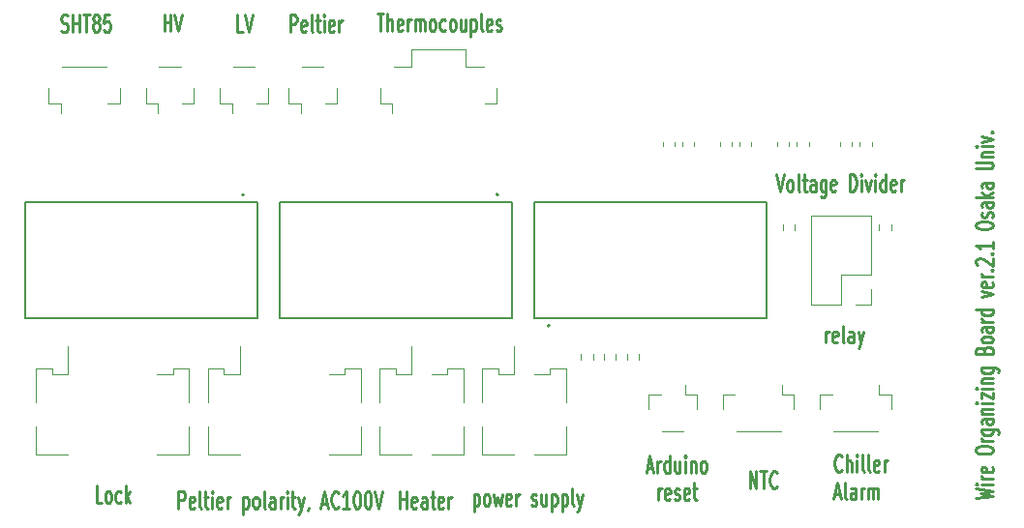
<source format=gbr>
%TF.GenerationSoftware,KiCad,Pcbnew,8.0.1*%
%TF.CreationDate,2024-10-08T14:43:00+09:00*%
%TF.ProjectId,CoolingBoxWireOrganizer,436f6f6c-696e-4674-926f-78576972654f,rev?*%
%TF.SameCoordinates,Original*%
%TF.FileFunction,Legend,Top*%
%TF.FilePolarity,Positive*%
%FSLAX46Y46*%
G04 Gerber Fmt 4.6, Leading zero omitted, Abs format (unit mm)*
G04 Created by KiCad (PCBNEW 8.0.1) date 2024-10-08 14:43:00*
%MOMM*%
%LPD*%
G01*
G04 APERTURE LIST*
%ADD10C,0.250000*%
%ADD11C,0.120000*%
%ADD12C,0.127000*%
%ADD13C,0.200000*%
G04 APERTURE END LIST*
D10*
X194049711Y-119483428D02*
X194383044Y-120983428D01*
X194383044Y-120983428D02*
X194716377Y-119483428D01*
X195192568Y-120983428D02*
X195097330Y-120912000D01*
X195097330Y-120912000D02*
X195049711Y-120840571D01*
X195049711Y-120840571D02*
X195002092Y-120697714D01*
X195002092Y-120697714D02*
X195002092Y-120269142D01*
X195002092Y-120269142D02*
X195049711Y-120126285D01*
X195049711Y-120126285D02*
X195097330Y-120054857D01*
X195097330Y-120054857D02*
X195192568Y-119983428D01*
X195192568Y-119983428D02*
X195335425Y-119983428D01*
X195335425Y-119983428D02*
X195430663Y-120054857D01*
X195430663Y-120054857D02*
X195478282Y-120126285D01*
X195478282Y-120126285D02*
X195525901Y-120269142D01*
X195525901Y-120269142D02*
X195525901Y-120697714D01*
X195525901Y-120697714D02*
X195478282Y-120840571D01*
X195478282Y-120840571D02*
X195430663Y-120912000D01*
X195430663Y-120912000D02*
X195335425Y-120983428D01*
X195335425Y-120983428D02*
X195192568Y-120983428D01*
X196097330Y-120983428D02*
X196002092Y-120912000D01*
X196002092Y-120912000D02*
X195954473Y-120769142D01*
X195954473Y-120769142D02*
X195954473Y-119483428D01*
X196335426Y-119983428D02*
X196716378Y-119983428D01*
X196478283Y-119483428D02*
X196478283Y-120769142D01*
X196478283Y-120769142D02*
X196525902Y-120912000D01*
X196525902Y-120912000D02*
X196621140Y-120983428D01*
X196621140Y-120983428D02*
X196716378Y-120983428D01*
X197478283Y-120983428D02*
X197478283Y-120197714D01*
X197478283Y-120197714D02*
X197430664Y-120054857D01*
X197430664Y-120054857D02*
X197335426Y-119983428D01*
X197335426Y-119983428D02*
X197144950Y-119983428D01*
X197144950Y-119983428D02*
X197049712Y-120054857D01*
X197478283Y-120912000D02*
X197383045Y-120983428D01*
X197383045Y-120983428D02*
X197144950Y-120983428D01*
X197144950Y-120983428D02*
X197049712Y-120912000D01*
X197049712Y-120912000D02*
X197002093Y-120769142D01*
X197002093Y-120769142D02*
X197002093Y-120626285D01*
X197002093Y-120626285D02*
X197049712Y-120483428D01*
X197049712Y-120483428D02*
X197144950Y-120412000D01*
X197144950Y-120412000D02*
X197383045Y-120412000D01*
X197383045Y-120412000D02*
X197478283Y-120340571D01*
X198383045Y-119983428D02*
X198383045Y-121197714D01*
X198383045Y-121197714D02*
X198335426Y-121340571D01*
X198335426Y-121340571D02*
X198287807Y-121412000D01*
X198287807Y-121412000D02*
X198192569Y-121483428D01*
X198192569Y-121483428D02*
X198049712Y-121483428D01*
X198049712Y-121483428D02*
X197954474Y-121412000D01*
X198383045Y-120912000D02*
X198287807Y-120983428D01*
X198287807Y-120983428D02*
X198097331Y-120983428D01*
X198097331Y-120983428D02*
X198002093Y-120912000D01*
X198002093Y-120912000D02*
X197954474Y-120840571D01*
X197954474Y-120840571D02*
X197906855Y-120697714D01*
X197906855Y-120697714D02*
X197906855Y-120269142D01*
X197906855Y-120269142D02*
X197954474Y-120126285D01*
X197954474Y-120126285D02*
X198002093Y-120054857D01*
X198002093Y-120054857D02*
X198097331Y-119983428D01*
X198097331Y-119983428D02*
X198287807Y-119983428D01*
X198287807Y-119983428D02*
X198383045Y-120054857D01*
X199240188Y-120912000D02*
X199144950Y-120983428D01*
X199144950Y-120983428D02*
X198954474Y-120983428D01*
X198954474Y-120983428D02*
X198859236Y-120912000D01*
X198859236Y-120912000D02*
X198811617Y-120769142D01*
X198811617Y-120769142D02*
X198811617Y-120197714D01*
X198811617Y-120197714D02*
X198859236Y-120054857D01*
X198859236Y-120054857D02*
X198954474Y-119983428D01*
X198954474Y-119983428D02*
X199144950Y-119983428D01*
X199144950Y-119983428D02*
X199240188Y-120054857D01*
X199240188Y-120054857D02*
X199287807Y-120197714D01*
X199287807Y-120197714D02*
X199287807Y-120340571D01*
X199287807Y-120340571D02*
X198811617Y-120483428D01*
X200478284Y-120983428D02*
X200478284Y-119483428D01*
X200478284Y-119483428D02*
X200716379Y-119483428D01*
X200716379Y-119483428D02*
X200859236Y-119554857D01*
X200859236Y-119554857D02*
X200954474Y-119697714D01*
X200954474Y-119697714D02*
X201002093Y-119840571D01*
X201002093Y-119840571D02*
X201049712Y-120126285D01*
X201049712Y-120126285D02*
X201049712Y-120340571D01*
X201049712Y-120340571D02*
X201002093Y-120626285D01*
X201002093Y-120626285D02*
X200954474Y-120769142D01*
X200954474Y-120769142D02*
X200859236Y-120912000D01*
X200859236Y-120912000D02*
X200716379Y-120983428D01*
X200716379Y-120983428D02*
X200478284Y-120983428D01*
X201478284Y-120983428D02*
X201478284Y-119983428D01*
X201478284Y-119483428D02*
X201430665Y-119554857D01*
X201430665Y-119554857D02*
X201478284Y-119626285D01*
X201478284Y-119626285D02*
X201525903Y-119554857D01*
X201525903Y-119554857D02*
X201478284Y-119483428D01*
X201478284Y-119483428D02*
X201478284Y-119626285D01*
X201859236Y-119983428D02*
X202097331Y-120983428D01*
X202097331Y-120983428D02*
X202335426Y-119983428D01*
X202716379Y-120983428D02*
X202716379Y-119983428D01*
X202716379Y-119483428D02*
X202668760Y-119554857D01*
X202668760Y-119554857D02*
X202716379Y-119626285D01*
X202716379Y-119626285D02*
X202763998Y-119554857D01*
X202763998Y-119554857D02*
X202716379Y-119483428D01*
X202716379Y-119483428D02*
X202716379Y-119626285D01*
X203621140Y-120983428D02*
X203621140Y-119483428D01*
X203621140Y-120912000D02*
X203525902Y-120983428D01*
X203525902Y-120983428D02*
X203335426Y-120983428D01*
X203335426Y-120983428D02*
X203240188Y-120912000D01*
X203240188Y-120912000D02*
X203192569Y-120840571D01*
X203192569Y-120840571D02*
X203144950Y-120697714D01*
X203144950Y-120697714D02*
X203144950Y-120269142D01*
X203144950Y-120269142D02*
X203192569Y-120126285D01*
X203192569Y-120126285D02*
X203240188Y-120054857D01*
X203240188Y-120054857D02*
X203335426Y-119983428D01*
X203335426Y-119983428D02*
X203525902Y-119983428D01*
X203525902Y-119983428D02*
X203621140Y-120054857D01*
X204478283Y-120912000D02*
X204383045Y-120983428D01*
X204383045Y-120983428D02*
X204192569Y-120983428D01*
X204192569Y-120983428D02*
X204097331Y-120912000D01*
X204097331Y-120912000D02*
X204049712Y-120769142D01*
X204049712Y-120769142D02*
X204049712Y-120197714D01*
X204049712Y-120197714D02*
X204097331Y-120054857D01*
X204097331Y-120054857D02*
X204192569Y-119983428D01*
X204192569Y-119983428D02*
X204383045Y-119983428D01*
X204383045Y-119983428D02*
X204478283Y-120054857D01*
X204478283Y-120054857D02*
X204525902Y-120197714D01*
X204525902Y-120197714D02*
X204525902Y-120340571D01*
X204525902Y-120340571D02*
X204049712Y-120483428D01*
X204954474Y-120983428D02*
X204954474Y-119983428D01*
X204954474Y-120269142D02*
X205002093Y-120126285D01*
X205002093Y-120126285D02*
X205049712Y-120054857D01*
X205049712Y-120054857D02*
X205144950Y-119983428D01*
X205144950Y-119983428D02*
X205240188Y-119983428D01*
X147398758Y-107003428D02*
X146922568Y-107003428D01*
X146922568Y-107003428D02*
X146922568Y-105503428D01*
X147589235Y-105503428D02*
X147922568Y-107003428D01*
X147922568Y-107003428D02*
X148255901Y-105503428D01*
X191722568Y-146993428D02*
X191722568Y-145493428D01*
X191722568Y-145493428D02*
X192293996Y-146993428D01*
X192293996Y-146993428D02*
X192293996Y-145493428D01*
X192627330Y-145493428D02*
X193198758Y-145493428D01*
X192913044Y-146993428D02*
X192913044Y-145493428D01*
X194103520Y-146850571D02*
X194055901Y-146922000D01*
X194055901Y-146922000D02*
X193913044Y-146993428D01*
X193913044Y-146993428D02*
X193817806Y-146993428D01*
X193817806Y-146993428D02*
X193674949Y-146922000D01*
X193674949Y-146922000D02*
X193579711Y-146779142D01*
X193579711Y-146779142D02*
X193532092Y-146636285D01*
X193532092Y-146636285D02*
X193484473Y-146350571D01*
X193484473Y-146350571D02*
X193484473Y-146136285D01*
X193484473Y-146136285D02*
X193532092Y-145850571D01*
X193532092Y-145850571D02*
X193579711Y-145707714D01*
X193579711Y-145707714D02*
X193674949Y-145564857D01*
X193674949Y-145564857D02*
X193817806Y-145493428D01*
X193817806Y-145493428D02*
X193913044Y-145493428D01*
X193913044Y-145493428D02*
X194055901Y-145564857D01*
X194055901Y-145564857D02*
X194103520Y-145636285D01*
X135048758Y-148253428D02*
X134572568Y-148253428D01*
X134572568Y-148253428D02*
X134572568Y-146753428D01*
X135524949Y-148253428D02*
X135429711Y-148182000D01*
X135429711Y-148182000D02*
X135382092Y-148110571D01*
X135382092Y-148110571D02*
X135334473Y-147967714D01*
X135334473Y-147967714D02*
X135334473Y-147539142D01*
X135334473Y-147539142D02*
X135382092Y-147396285D01*
X135382092Y-147396285D02*
X135429711Y-147324857D01*
X135429711Y-147324857D02*
X135524949Y-147253428D01*
X135524949Y-147253428D02*
X135667806Y-147253428D01*
X135667806Y-147253428D02*
X135763044Y-147324857D01*
X135763044Y-147324857D02*
X135810663Y-147396285D01*
X135810663Y-147396285D02*
X135858282Y-147539142D01*
X135858282Y-147539142D02*
X135858282Y-147967714D01*
X135858282Y-147967714D02*
X135810663Y-148110571D01*
X135810663Y-148110571D02*
X135763044Y-148182000D01*
X135763044Y-148182000D02*
X135667806Y-148253428D01*
X135667806Y-148253428D02*
X135524949Y-148253428D01*
X136715425Y-148182000D02*
X136620187Y-148253428D01*
X136620187Y-148253428D02*
X136429711Y-148253428D01*
X136429711Y-148253428D02*
X136334473Y-148182000D01*
X136334473Y-148182000D02*
X136286854Y-148110571D01*
X136286854Y-148110571D02*
X136239235Y-147967714D01*
X136239235Y-147967714D02*
X136239235Y-147539142D01*
X136239235Y-147539142D02*
X136286854Y-147396285D01*
X136286854Y-147396285D02*
X136334473Y-147324857D01*
X136334473Y-147324857D02*
X136429711Y-147253428D01*
X136429711Y-147253428D02*
X136620187Y-147253428D01*
X136620187Y-147253428D02*
X136715425Y-147324857D01*
X137143997Y-148253428D02*
X137143997Y-146753428D01*
X137239235Y-147682000D02*
X137524949Y-148253428D01*
X137524949Y-147253428D02*
X137143997Y-147824857D01*
X199773996Y-145385655D02*
X199726377Y-145457084D01*
X199726377Y-145457084D02*
X199583520Y-145528512D01*
X199583520Y-145528512D02*
X199488282Y-145528512D01*
X199488282Y-145528512D02*
X199345425Y-145457084D01*
X199345425Y-145457084D02*
X199250187Y-145314226D01*
X199250187Y-145314226D02*
X199202568Y-145171369D01*
X199202568Y-145171369D02*
X199154949Y-144885655D01*
X199154949Y-144885655D02*
X199154949Y-144671369D01*
X199154949Y-144671369D02*
X199202568Y-144385655D01*
X199202568Y-144385655D02*
X199250187Y-144242798D01*
X199250187Y-144242798D02*
X199345425Y-144099941D01*
X199345425Y-144099941D02*
X199488282Y-144028512D01*
X199488282Y-144028512D02*
X199583520Y-144028512D01*
X199583520Y-144028512D02*
X199726377Y-144099941D01*
X199726377Y-144099941D02*
X199773996Y-144171369D01*
X200202568Y-145528512D02*
X200202568Y-144028512D01*
X200631139Y-145528512D02*
X200631139Y-144742798D01*
X200631139Y-144742798D02*
X200583520Y-144599941D01*
X200583520Y-144599941D02*
X200488282Y-144528512D01*
X200488282Y-144528512D02*
X200345425Y-144528512D01*
X200345425Y-144528512D02*
X200250187Y-144599941D01*
X200250187Y-144599941D02*
X200202568Y-144671369D01*
X201107330Y-145528512D02*
X201107330Y-144528512D01*
X201107330Y-144028512D02*
X201059711Y-144099941D01*
X201059711Y-144099941D02*
X201107330Y-144171369D01*
X201107330Y-144171369D02*
X201154949Y-144099941D01*
X201154949Y-144099941D02*
X201107330Y-144028512D01*
X201107330Y-144028512D02*
X201107330Y-144171369D01*
X201726377Y-145528512D02*
X201631139Y-145457084D01*
X201631139Y-145457084D02*
X201583520Y-145314226D01*
X201583520Y-145314226D02*
X201583520Y-144028512D01*
X202250187Y-145528512D02*
X202154949Y-145457084D01*
X202154949Y-145457084D02*
X202107330Y-145314226D01*
X202107330Y-145314226D02*
X202107330Y-144028512D01*
X203012092Y-145457084D02*
X202916854Y-145528512D01*
X202916854Y-145528512D02*
X202726378Y-145528512D01*
X202726378Y-145528512D02*
X202631140Y-145457084D01*
X202631140Y-145457084D02*
X202583521Y-145314226D01*
X202583521Y-145314226D02*
X202583521Y-144742798D01*
X202583521Y-144742798D02*
X202631140Y-144599941D01*
X202631140Y-144599941D02*
X202726378Y-144528512D01*
X202726378Y-144528512D02*
X202916854Y-144528512D01*
X202916854Y-144528512D02*
X203012092Y-144599941D01*
X203012092Y-144599941D02*
X203059711Y-144742798D01*
X203059711Y-144742798D02*
X203059711Y-144885655D01*
X203059711Y-144885655D02*
X202583521Y-145028512D01*
X203488283Y-145528512D02*
X203488283Y-144528512D01*
X203488283Y-144814226D02*
X203535902Y-144671369D01*
X203535902Y-144671369D02*
X203583521Y-144599941D01*
X203583521Y-144599941D02*
X203678759Y-144528512D01*
X203678759Y-144528512D02*
X203773997Y-144528512D01*
X199154949Y-147514857D02*
X199631139Y-147514857D01*
X199059711Y-147943428D02*
X199393044Y-146443428D01*
X199393044Y-146443428D02*
X199726377Y-147943428D01*
X200202568Y-147943428D02*
X200107330Y-147872000D01*
X200107330Y-147872000D02*
X200059711Y-147729142D01*
X200059711Y-147729142D02*
X200059711Y-146443428D01*
X201012092Y-147943428D02*
X201012092Y-147157714D01*
X201012092Y-147157714D02*
X200964473Y-147014857D01*
X200964473Y-147014857D02*
X200869235Y-146943428D01*
X200869235Y-146943428D02*
X200678759Y-146943428D01*
X200678759Y-146943428D02*
X200583521Y-147014857D01*
X201012092Y-147872000D02*
X200916854Y-147943428D01*
X200916854Y-147943428D02*
X200678759Y-147943428D01*
X200678759Y-147943428D02*
X200583521Y-147872000D01*
X200583521Y-147872000D02*
X200535902Y-147729142D01*
X200535902Y-147729142D02*
X200535902Y-147586285D01*
X200535902Y-147586285D02*
X200583521Y-147443428D01*
X200583521Y-147443428D02*
X200678759Y-147372000D01*
X200678759Y-147372000D02*
X200916854Y-147372000D01*
X200916854Y-147372000D02*
X201012092Y-147300571D01*
X201488283Y-147943428D02*
X201488283Y-146943428D01*
X201488283Y-147229142D02*
X201535902Y-147086285D01*
X201535902Y-147086285D02*
X201583521Y-147014857D01*
X201583521Y-147014857D02*
X201678759Y-146943428D01*
X201678759Y-146943428D02*
X201773997Y-146943428D01*
X202107331Y-147943428D02*
X202107331Y-146943428D01*
X202107331Y-147086285D02*
X202154950Y-147014857D01*
X202154950Y-147014857D02*
X202250188Y-146943428D01*
X202250188Y-146943428D02*
X202393045Y-146943428D01*
X202393045Y-146943428D02*
X202488283Y-147014857D01*
X202488283Y-147014857D02*
X202535902Y-147157714D01*
X202535902Y-147157714D02*
X202535902Y-147943428D01*
X202535902Y-147157714D02*
X202583521Y-147014857D01*
X202583521Y-147014857D02*
X202678759Y-146943428D01*
X202678759Y-146943428D02*
X202821616Y-146943428D01*
X202821616Y-146943428D02*
X202916855Y-147014857D01*
X202916855Y-147014857D02*
X202964474Y-147157714D01*
X202964474Y-147157714D02*
X202964474Y-147943428D01*
X141752568Y-148723428D02*
X141752568Y-147223428D01*
X141752568Y-147223428D02*
X142133520Y-147223428D01*
X142133520Y-147223428D02*
X142228758Y-147294857D01*
X142228758Y-147294857D02*
X142276377Y-147366285D01*
X142276377Y-147366285D02*
X142323996Y-147509142D01*
X142323996Y-147509142D02*
X142323996Y-147723428D01*
X142323996Y-147723428D02*
X142276377Y-147866285D01*
X142276377Y-147866285D02*
X142228758Y-147937714D01*
X142228758Y-147937714D02*
X142133520Y-148009142D01*
X142133520Y-148009142D02*
X141752568Y-148009142D01*
X143133520Y-148652000D02*
X143038282Y-148723428D01*
X143038282Y-148723428D02*
X142847806Y-148723428D01*
X142847806Y-148723428D02*
X142752568Y-148652000D01*
X142752568Y-148652000D02*
X142704949Y-148509142D01*
X142704949Y-148509142D02*
X142704949Y-147937714D01*
X142704949Y-147937714D02*
X142752568Y-147794857D01*
X142752568Y-147794857D02*
X142847806Y-147723428D01*
X142847806Y-147723428D02*
X143038282Y-147723428D01*
X143038282Y-147723428D02*
X143133520Y-147794857D01*
X143133520Y-147794857D02*
X143181139Y-147937714D01*
X143181139Y-147937714D02*
X143181139Y-148080571D01*
X143181139Y-148080571D02*
X142704949Y-148223428D01*
X143752568Y-148723428D02*
X143657330Y-148652000D01*
X143657330Y-148652000D02*
X143609711Y-148509142D01*
X143609711Y-148509142D02*
X143609711Y-147223428D01*
X143990664Y-147723428D02*
X144371616Y-147723428D01*
X144133521Y-147223428D02*
X144133521Y-148509142D01*
X144133521Y-148509142D02*
X144181140Y-148652000D01*
X144181140Y-148652000D02*
X144276378Y-148723428D01*
X144276378Y-148723428D02*
X144371616Y-148723428D01*
X144704950Y-148723428D02*
X144704950Y-147723428D01*
X144704950Y-147223428D02*
X144657331Y-147294857D01*
X144657331Y-147294857D02*
X144704950Y-147366285D01*
X144704950Y-147366285D02*
X144752569Y-147294857D01*
X144752569Y-147294857D02*
X144704950Y-147223428D01*
X144704950Y-147223428D02*
X144704950Y-147366285D01*
X145562092Y-148652000D02*
X145466854Y-148723428D01*
X145466854Y-148723428D02*
X145276378Y-148723428D01*
X145276378Y-148723428D02*
X145181140Y-148652000D01*
X145181140Y-148652000D02*
X145133521Y-148509142D01*
X145133521Y-148509142D02*
X145133521Y-147937714D01*
X145133521Y-147937714D02*
X145181140Y-147794857D01*
X145181140Y-147794857D02*
X145276378Y-147723428D01*
X145276378Y-147723428D02*
X145466854Y-147723428D01*
X145466854Y-147723428D02*
X145562092Y-147794857D01*
X145562092Y-147794857D02*
X145609711Y-147937714D01*
X145609711Y-147937714D02*
X145609711Y-148080571D01*
X145609711Y-148080571D02*
X145133521Y-148223428D01*
X146038283Y-148723428D02*
X146038283Y-147723428D01*
X146038283Y-148009142D02*
X146085902Y-147866285D01*
X146085902Y-147866285D02*
X146133521Y-147794857D01*
X146133521Y-147794857D02*
X146228759Y-147723428D01*
X146228759Y-147723428D02*
X146323997Y-147723428D01*
X147419236Y-147723428D02*
X147419236Y-149223428D01*
X147419236Y-147794857D02*
X147514474Y-147723428D01*
X147514474Y-147723428D02*
X147704950Y-147723428D01*
X147704950Y-147723428D02*
X147800188Y-147794857D01*
X147800188Y-147794857D02*
X147847807Y-147866285D01*
X147847807Y-147866285D02*
X147895426Y-148009142D01*
X147895426Y-148009142D02*
X147895426Y-148437714D01*
X147895426Y-148437714D02*
X147847807Y-148580571D01*
X147847807Y-148580571D02*
X147800188Y-148652000D01*
X147800188Y-148652000D02*
X147704950Y-148723428D01*
X147704950Y-148723428D02*
X147514474Y-148723428D01*
X147514474Y-148723428D02*
X147419236Y-148652000D01*
X148466855Y-148723428D02*
X148371617Y-148652000D01*
X148371617Y-148652000D02*
X148323998Y-148580571D01*
X148323998Y-148580571D02*
X148276379Y-148437714D01*
X148276379Y-148437714D02*
X148276379Y-148009142D01*
X148276379Y-148009142D02*
X148323998Y-147866285D01*
X148323998Y-147866285D02*
X148371617Y-147794857D01*
X148371617Y-147794857D02*
X148466855Y-147723428D01*
X148466855Y-147723428D02*
X148609712Y-147723428D01*
X148609712Y-147723428D02*
X148704950Y-147794857D01*
X148704950Y-147794857D02*
X148752569Y-147866285D01*
X148752569Y-147866285D02*
X148800188Y-148009142D01*
X148800188Y-148009142D02*
X148800188Y-148437714D01*
X148800188Y-148437714D02*
X148752569Y-148580571D01*
X148752569Y-148580571D02*
X148704950Y-148652000D01*
X148704950Y-148652000D02*
X148609712Y-148723428D01*
X148609712Y-148723428D02*
X148466855Y-148723428D01*
X149371617Y-148723428D02*
X149276379Y-148652000D01*
X149276379Y-148652000D02*
X149228760Y-148509142D01*
X149228760Y-148509142D02*
X149228760Y-147223428D01*
X150181141Y-148723428D02*
X150181141Y-147937714D01*
X150181141Y-147937714D02*
X150133522Y-147794857D01*
X150133522Y-147794857D02*
X150038284Y-147723428D01*
X150038284Y-147723428D02*
X149847808Y-147723428D01*
X149847808Y-147723428D02*
X149752570Y-147794857D01*
X150181141Y-148652000D02*
X150085903Y-148723428D01*
X150085903Y-148723428D02*
X149847808Y-148723428D01*
X149847808Y-148723428D02*
X149752570Y-148652000D01*
X149752570Y-148652000D02*
X149704951Y-148509142D01*
X149704951Y-148509142D02*
X149704951Y-148366285D01*
X149704951Y-148366285D02*
X149752570Y-148223428D01*
X149752570Y-148223428D02*
X149847808Y-148152000D01*
X149847808Y-148152000D02*
X150085903Y-148152000D01*
X150085903Y-148152000D02*
X150181141Y-148080571D01*
X150657332Y-148723428D02*
X150657332Y-147723428D01*
X150657332Y-148009142D02*
X150704951Y-147866285D01*
X150704951Y-147866285D02*
X150752570Y-147794857D01*
X150752570Y-147794857D02*
X150847808Y-147723428D01*
X150847808Y-147723428D02*
X150943046Y-147723428D01*
X151276380Y-148723428D02*
X151276380Y-147723428D01*
X151276380Y-147223428D02*
X151228761Y-147294857D01*
X151228761Y-147294857D02*
X151276380Y-147366285D01*
X151276380Y-147366285D02*
X151323999Y-147294857D01*
X151323999Y-147294857D02*
X151276380Y-147223428D01*
X151276380Y-147223428D02*
X151276380Y-147366285D01*
X151609713Y-147723428D02*
X151990665Y-147723428D01*
X151752570Y-147223428D02*
X151752570Y-148509142D01*
X151752570Y-148509142D02*
X151800189Y-148652000D01*
X151800189Y-148652000D02*
X151895427Y-148723428D01*
X151895427Y-148723428D02*
X151990665Y-148723428D01*
X152228761Y-147723428D02*
X152466856Y-148723428D01*
X152704951Y-147723428D02*
X152466856Y-148723428D01*
X152466856Y-148723428D02*
X152371618Y-149080571D01*
X152371618Y-149080571D02*
X152323999Y-149152000D01*
X152323999Y-149152000D02*
X152228761Y-149223428D01*
X153133523Y-148652000D02*
X153133523Y-148723428D01*
X153133523Y-148723428D02*
X153085904Y-148866285D01*
X153085904Y-148866285D02*
X153038285Y-148937714D01*
X154276380Y-148294857D02*
X154752570Y-148294857D01*
X154181142Y-148723428D02*
X154514475Y-147223428D01*
X154514475Y-147223428D02*
X154847808Y-148723428D01*
X155752570Y-148580571D02*
X155704951Y-148652000D01*
X155704951Y-148652000D02*
X155562094Y-148723428D01*
X155562094Y-148723428D02*
X155466856Y-148723428D01*
X155466856Y-148723428D02*
X155323999Y-148652000D01*
X155323999Y-148652000D02*
X155228761Y-148509142D01*
X155228761Y-148509142D02*
X155181142Y-148366285D01*
X155181142Y-148366285D02*
X155133523Y-148080571D01*
X155133523Y-148080571D02*
X155133523Y-147866285D01*
X155133523Y-147866285D02*
X155181142Y-147580571D01*
X155181142Y-147580571D02*
X155228761Y-147437714D01*
X155228761Y-147437714D02*
X155323999Y-147294857D01*
X155323999Y-147294857D02*
X155466856Y-147223428D01*
X155466856Y-147223428D02*
X155562094Y-147223428D01*
X155562094Y-147223428D02*
X155704951Y-147294857D01*
X155704951Y-147294857D02*
X155752570Y-147366285D01*
X156704951Y-148723428D02*
X156133523Y-148723428D01*
X156419237Y-148723428D02*
X156419237Y-147223428D01*
X156419237Y-147223428D02*
X156323999Y-147437714D01*
X156323999Y-147437714D02*
X156228761Y-147580571D01*
X156228761Y-147580571D02*
X156133523Y-147652000D01*
X157323999Y-147223428D02*
X157419237Y-147223428D01*
X157419237Y-147223428D02*
X157514475Y-147294857D01*
X157514475Y-147294857D02*
X157562094Y-147366285D01*
X157562094Y-147366285D02*
X157609713Y-147509142D01*
X157609713Y-147509142D02*
X157657332Y-147794857D01*
X157657332Y-147794857D02*
X157657332Y-148152000D01*
X157657332Y-148152000D02*
X157609713Y-148437714D01*
X157609713Y-148437714D02*
X157562094Y-148580571D01*
X157562094Y-148580571D02*
X157514475Y-148652000D01*
X157514475Y-148652000D02*
X157419237Y-148723428D01*
X157419237Y-148723428D02*
X157323999Y-148723428D01*
X157323999Y-148723428D02*
X157228761Y-148652000D01*
X157228761Y-148652000D02*
X157181142Y-148580571D01*
X157181142Y-148580571D02*
X157133523Y-148437714D01*
X157133523Y-148437714D02*
X157085904Y-148152000D01*
X157085904Y-148152000D02*
X157085904Y-147794857D01*
X157085904Y-147794857D02*
X157133523Y-147509142D01*
X157133523Y-147509142D02*
X157181142Y-147366285D01*
X157181142Y-147366285D02*
X157228761Y-147294857D01*
X157228761Y-147294857D02*
X157323999Y-147223428D01*
X158276380Y-147223428D02*
X158371618Y-147223428D01*
X158371618Y-147223428D02*
X158466856Y-147294857D01*
X158466856Y-147294857D02*
X158514475Y-147366285D01*
X158514475Y-147366285D02*
X158562094Y-147509142D01*
X158562094Y-147509142D02*
X158609713Y-147794857D01*
X158609713Y-147794857D02*
X158609713Y-148152000D01*
X158609713Y-148152000D02*
X158562094Y-148437714D01*
X158562094Y-148437714D02*
X158514475Y-148580571D01*
X158514475Y-148580571D02*
X158466856Y-148652000D01*
X158466856Y-148652000D02*
X158371618Y-148723428D01*
X158371618Y-148723428D02*
X158276380Y-148723428D01*
X158276380Y-148723428D02*
X158181142Y-148652000D01*
X158181142Y-148652000D02*
X158133523Y-148580571D01*
X158133523Y-148580571D02*
X158085904Y-148437714D01*
X158085904Y-148437714D02*
X158038285Y-148152000D01*
X158038285Y-148152000D02*
X158038285Y-147794857D01*
X158038285Y-147794857D02*
X158085904Y-147509142D01*
X158085904Y-147509142D02*
X158133523Y-147366285D01*
X158133523Y-147366285D02*
X158181142Y-147294857D01*
X158181142Y-147294857D02*
X158276380Y-147223428D01*
X158895428Y-147223428D02*
X159228761Y-148723428D01*
X159228761Y-148723428D02*
X159562094Y-147223428D01*
X211503428Y-147852669D02*
X213003428Y-147614574D01*
X213003428Y-147614574D02*
X211932000Y-147424098D01*
X211932000Y-147424098D02*
X213003428Y-147233622D01*
X213003428Y-147233622D02*
X211503428Y-146995527D01*
X213003428Y-146614574D02*
X212003428Y-146614574D01*
X211503428Y-146614574D02*
X211574857Y-146662193D01*
X211574857Y-146662193D02*
X211646285Y-146614574D01*
X211646285Y-146614574D02*
X211574857Y-146566955D01*
X211574857Y-146566955D02*
X211503428Y-146614574D01*
X211503428Y-146614574D02*
X211646285Y-146614574D01*
X213003428Y-146138384D02*
X212003428Y-146138384D01*
X212289142Y-146138384D02*
X212146285Y-146090765D01*
X212146285Y-146090765D02*
X212074857Y-146043146D01*
X212074857Y-146043146D02*
X212003428Y-145947908D01*
X212003428Y-145947908D02*
X212003428Y-145852670D01*
X212932000Y-145138384D02*
X213003428Y-145233622D01*
X213003428Y-145233622D02*
X213003428Y-145424098D01*
X213003428Y-145424098D02*
X212932000Y-145519336D01*
X212932000Y-145519336D02*
X212789142Y-145566955D01*
X212789142Y-145566955D02*
X212217714Y-145566955D01*
X212217714Y-145566955D02*
X212074857Y-145519336D01*
X212074857Y-145519336D02*
X212003428Y-145424098D01*
X212003428Y-145424098D02*
X212003428Y-145233622D01*
X212003428Y-145233622D02*
X212074857Y-145138384D01*
X212074857Y-145138384D02*
X212217714Y-145090765D01*
X212217714Y-145090765D02*
X212360571Y-145090765D01*
X212360571Y-145090765D02*
X212503428Y-145566955D01*
X211503428Y-143709812D02*
X211503428Y-143519336D01*
X211503428Y-143519336D02*
X211574857Y-143424098D01*
X211574857Y-143424098D02*
X211717714Y-143328860D01*
X211717714Y-143328860D02*
X212003428Y-143281241D01*
X212003428Y-143281241D02*
X212503428Y-143281241D01*
X212503428Y-143281241D02*
X212789142Y-143328860D01*
X212789142Y-143328860D02*
X212932000Y-143424098D01*
X212932000Y-143424098D02*
X213003428Y-143519336D01*
X213003428Y-143519336D02*
X213003428Y-143709812D01*
X213003428Y-143709812D02*
X212932000Y-143805050D01*
X212932000Y-143805050D02*
X212789142Y-143900288D01*
X212789142Y-143900288D02*
X212503428Y-143947907D01*
X212503428Y-143947907D02*
X212003428Y-143947907D01*
X212003428Y-143947907D02*
X211717714Y-143900288D01*
X211717714Y-143900288D02*
X211574857Y-143805050D01*
X211574857Y-143805050D02*
X211503428Y-143709812D01*
X213003428Y-142852669D02*
X212003428Y-142852669D01*
X212289142Y-142852669D02*
X212146285Y-142805050D01*
X212146285Y-142805050D02*
X212074857Y-142757431D01*
X212074857Y-142757431D02*
X212003428Y-142662193D01*
X212003428Y-142662193D02*
X212003428Y-142566955D01*
X212003428Y-141805050D02*
X213217714Y-141805050D01*
X213217714Y-141805050D02*
X213360571Y-141852669D01*
X213360571Y-141852669D02*
X213432000Y-141900288D01*
X213432000Y-141900288D02*
X213503428Y-141995526D01*
X213503428Y-141995526D02*
X213503428Y-142138383D01*
X213503428Y-142138383D02*
X213432000Y-142233621D01*
X212932000Y-141805050D02*
X213003428Y-141900288D01*
X213003428Y-141900288D02*
X213003428Y-142090764D01*
X213003428Y-142090764D02*
X212932000Y-142186002D01*
X212932000Y-142186002D02*
X212860571Y-142233621D01*
X212860571Y-142233621D02*
X212717714Y-142281240D01*
X212717714Y-142281240D02*
X212289142Y-142281240D01*
X212289142Y-142281240D02*
X212146285Y-142233621D01*
X212146285Y-142233621D02*
X212074857Y-142186002D01*
X212074857Y-142186002D02*
X212003428Y-142090764D01*
X212003428Y-142090764D02*
X212003428Y-141900288D01*
X212003428Y-141900288D02*
X212074857Y-141805050D01*
X213003428Y-140900288D02*
X212217714Y-140900288D01*
X212217714Y-140900288D02*
X212074857Y-140947907D01*
X212074857Y-140947907D02*
X212003428Y-141043145D01*
X212003428Y-141043145D02*
X212003428Y-141233621D01*
X212003428Y-141233621D02*
X212074857Y-141328859D01*
X212932000Y-140900288D02*
X213003428Y-140995526D01*
X213003428Y-140995526D02*
X213003428Y-141233621D01*
X213003428Y-141233621D02*
X212932000Y-141328859D01*
X212932000Y-141328859D02*
X212789142Y-141376478D01*
X212789142Y-141376478D02*
X212646285Y-141376478D01*
X212646285Y-141376478D02*
X212503428Y-141328859D01*
X212503428Y-141328859D02*
X212432000Y-141233621D01*
X212432000Y-141233621D02*
X212432000Y-140995526D01*
X212432000Y-140995526D02*
X212360571Y-140900288D01*
X212003428Y-140424097D02*
X213003428Y-140424097D01*
X212146285Y-140424097D02*
X212074857Y-140376478D01*
X212074857Y-140376478D02*
X212003428Y-140281240D01*
X212003428Y-140281240D02*
X212003428Y-140138383D01*
X212003428Y-140138383D02*
X212074857Y-140043145D01*
X212074857Y-140043145D02*
X212217714Y-139995526D01*
X212217714Y-139995526D02*
X213003428Y-139995526D01*
X213003428Y-139519335D02*
X212003428Y-139519335D01*
X211503428Y-139519335D02*
X211574857Y-139566954D01*
X211574857Y-139566954D02*
X211646285Y-139519335D01*
X211646285Y-139519335D02*
X211574857Y-139471716D01*
X211574857Y-139471716D02*
X211503428Y-139519335D01*
X211503428Y-139519335D02*
X211646285Y-139519335D01*
X212003428Y-139138383D02*
X212003428Y-138614574D01*
X212003428Y-138614574D02*
X213003428Y-139138383D01*
X213003428Y-139138383D02*
X213003428Y-138614574D01*
X213003428Y-138233621D02*
X212003428Y-138233621D01*
X211503428Y-138233621D02*
X211574857Y-138281240D01*
X211574857Y-138281240D02*
X211646285Y-138233621D01*
X211646285Y-138233621D02*
X211574857Y-138186002D01*
X211574857Y-138186002D02*
X211503428Y-138233621D01*
X211503428Y-138233621D02*
X211646285Y-138233621D01*
X212003428Y-137757431D02*
X213003428Y-137757431D01*
X212146285Y-137757431D02*
X212074857Y-137709812D01*
X212074857Y-137709812D02*
X212003428Y-137614574D01*
X212003428Y-137614574D02*
X212003428Y-137471717D01*
X212003428Y-137471717D02*
X212074857Y-137376479D01*
X212074857Y-137376479D02*
X212217714Y-137328860D01*
X212217714Y-137328860D02*
X213003428Y-137328860D01*
X212003428Y-136424098D02*
X213217714Y-136424098D01*
X213217714Y-136424098D02*
X213360571Y-136471717D01*
X213360571Y-136471717D02*
X213432000Y-136519336D01*
X213432000Y-136519336D02*
X213503428Y-136614574D01*
X213503428Y-136614574D02*
X213503428Y-136757431D01*
X213503428Y-136757431D02*
X213432000Y-136852669D01*
X212932000Y-136424098D02*
X213003428Y-136519336D01*
X213003428Y-136519336D02*
X213003428Y-136709812D01*
X213003428Y-136709812D02*
X212932000Y-136805050D01*
X212932000Y-136805050D02*
X212860571Y-136852669D01*
X212860571Y-136852669D02*
X212717714Y-136900288D01*
X212717714Y-136900288D02*
X212289142Y-136900288D01*
X212289142Y-136900288D02*
X212146285Y-136852669D01*
X212146285Y-136852669D02*
X212074857Y-136805050D01*
X212074857Y-136805050D02*
X212003428Y-136709812D01*
X212003428Y-136709812D02*
X212003428Y-136519336D01*
X212003428Y-136519336D02*
X212074857Y-136424098D01*
X212217714Y-134852669D02*
X212289142Y-134709812D01*
X212289142Y-134709812D02*
X212360571Y-134662193D01*
X212360571Y-134662193D02*
X212503428Y-134614574D01*
X212503428Y-134614574D02*
X212717714Y-134614574D01*
X212717714Y-134614574D02*
X212860571Y-134662193D01*
X212860571Y-134662193D02*
X212932000Y-134709812D01*
X212932000Y-134709812D02*
X213003428Y-134805050D01*
X213003428Y-134805050D02*
X213003428Y-135186002D01*
X213003428Y-135186002D02*
X211503428Y-135186002D01*
X211503428Y-135186002D02*
X211503428Y-134852669D01*
X211503428Y-134852669D02*
X211574857Y-134757431D01*
X211574857Y-134757431D02*
X211646285Y-134709812D01*
X211646285Y-134709812D02*
X211789142Y-134662193D01*
X211789142Y-134662193D02*
X211932000Y-134662193D01*
X211932000Y-134662193D02*
X212074857Y-134709812D01*
X212074857Y-134709812D02*
X212146285Y-134757431D01*
X212146285Y-134757431D02*
X212217714Y-134852669D01*
X212217714Y-134852669D02*
X212217714Y-135186002D01*
X213003428Y-134043145D02*
X212932000Y-134138383D01*
X212932000Y-134138383D02*
X212860571Y-134186002D01*
X212860571Y-134186002D02*
X212717714Y-134233621D01*
X212717714Y-134233621D02*
X212289142Y-134233621D01*
X212289142Y-134233621D02*
X212146285Y-134186002D01*
X212146285Y-134186002D02*
X212074857Y-134138383D01*
X212074857Y-134138383D02*
X212003428Y-134043145D01*
X212003428Y-134043145D02*
X212003428Y-133900288D01*
X212003428Y-133900288D02*
X212074857Y-133805050D01*
X212074857Y-133805050D02*
X212146285Y-133757431D01*
X212146285Y-133757431D02*
X212289142Y-133709812D01*
X212289142Y-133709812D02*
X212717714Y-133709812D01*
X212717714Y-133709812D02*
X212860571Y-133757431D01*
X212860571Y-133757431D02*
X212932000Y-133805050D01*
X212932000Y-133805050D02*
X213003428Y-133900288D01*
X213003428Y-133900288D02*
X213003428Y-134043145D01*
X213003428Y-132852669D02*
X212217714Y-132852669D01*
X212217714Y-132852669D02*
X212074857Y-132900288D01*
X212074857Y-132900288D02*
X212003428Y-132995526D01*
X212003428Y-132995526D02*
X212003428Y-133186002D01*
X212003428Y-133186002D02*
X212074857Y-133281240D01*
X212932000Y-132852669D02*
X213003428Y-132947907D01*
X213003428Y-132947907D02*
X213003428Y-133186002D01*
X213003428Y-133186002D02*
X212932000Y-133281240D01*
X212932000Y-133281240D02*
X212789142Y-133328859D01*
X212789142Y-133328859D02*
X212646285Y-133328859D01*
X212646285Y-133328859D02*
X212503428Y-133281240D01*
X212503428Y-133281240D02*
X212432000Y-133186002D01*
X212432000Y-133186002D02*
X212432000Y-132947907D01*
X212432000Y-132947907D02*
X212360571Y-132852669D01*
X213003428Y-132376478D02*
X212003428Y-132376478D01*
X212289142Y-132376478D02*
X212146285Y-132328859D01*
X212146285Y-132328859D02*
X212074857Y-132281240D01*
X212074857Y-132281240D02*
X212003428Y-132186002D01*
X212003428Y-132186002D02*
X212003428Y-132090764D01*
X213003428Y-131328859D02*
X211503428Y-131328859D01*
X212932000Y-131328859D02*
X213003428Y-131424097D01*
X213003428Y-131424097D02*
X213003428Y-131614573D01*
X213003428Y-131614573D02*
X212932000Y-131709811D01*
X212932000Y-131709811D02*
X212860571Y-131757430D01*
X212860571Y-131757430D02*
X212717714Y-131805049D01*
X212717714Y-131805049D02*
X212289142Y-131805049D01*
X212289142Y-131805049D02*
X212146285Y-131757430D01*
X212146285Y-131757430D02*
X212074857Y-131709811D01*
X212074857Y-131709811D02*
X212003428Y-131614573D01*
X212003428Y-131614573D02*
X212003428Y-131424097D01*
X212003428Y-131424097D02*
X212074857Y-131328859D01*
X212003428Y-130186001D02*
X213003428Y-129947906D01*
X213003428Y-129947906D02*
X212003428Y-129709811D01*
X212932000Y-128947906D02*
X213003428Y-129043144D01*
X213003428Y-129043144D02*
X213003428Y-129233620D01*
X213003428Y-129233620D02*
X212932000Y-129328858D01*
X212932000Y-129328858D02*
X212789142Y-129376477D01*
X212789142Y-129376477D02*
X212217714Y-129376477D01*
X212217714Y-129376477D02*
X212074857Y-129328858D01*
X212074857Y-129328858D02*
X212003428Y-129233620D01*
X212003428Y-129233620D02*
X212003428Y-129043144D01*
X212003428Y-129043144D02*
X212074857Y-128947906D01*
X212074857Y-128947906D02*
X212217714Y-128900287D01*
X212217714Y-128900287D02*
X212360571Y-128900287D01*
X212360571Y-128900287D02*
X212503428Y-129376477D01*
X213003428Y-128471715D02*
X212003428Y-128471715D01*
X212289142Y-128471715D02*
X212146285Y-128424096D01*
X212146285Y-128424096D02*
X212074857Y-128376477D01*
X212074857Y-128376477D02*
X212003428Y-128281239D01*
X212003428Y-128281239D02*
X212003428Y-128186001D01*
X212860571Y-127852667D02*
X212932000Y-127805048D01*
X212932000Y-127805048D02*
X213003428Y-127852667D01*
X213003428Y-127852667D02*
X212932000Y-127900286D01*
X212932000Y-127900286D02*
X212860571Y-127852667D01*
X212860571Y-127852667D02*
X213003428Y-127852667D01*
X211646285Y-127424096D02*
X211574857Y-127376477D01*
X211574857Y-127376477D02*
X211503428Y-127281239D01*
X211503428Y-127281239D02*
X211503428Y-127043144D01*
X211503428Y-127043144D02*
X211574857Y-126947906D01*
X211574857Y-126947906D02*
X211646285Y-126900287D01*
X211646285Y-126900287D02*
X211789142Y-126852668D01*
X211789142Y-126852668D02*
X211932000Y-126852668D01*
X211932000Y-126852668D02*
X212146285Y-126900287D01*
X212146285Y-126900287D02*
X213003428Y-127471715D01*
X213003428Y-127471715D02*
X213003428Y-126852668D01*
X212860571Y-126424096D02*
X212932000Y-126376477D01*
X212932000Y-126376477D02*
X213003428Y-126424096D01*
X213003428Y-126424096D02*
X212932000Y-126471715D01*
X212932000Y-126471715D02*
X212860571Y-126424096D01*
X212860571Y-126424096D02*
X213003428Y-126424096D01*
X213003428Y-125424097D02*
X213003428Y-125995525D01*
X213003428Y-125709811D02*
X211503428Y-125709811D01*
X211503428Y-125709811D02*
X211717714Y-125805049D01*
X211717714Y-125805049D02*
X211860571Y-125900287D01*
X211860571Y-125900287D02*
X211932000Y-125995525D01*
X211503428Y-124043144D02*
X211503428Y-123852668D01*
X211503428Y-123852668D02*
X211574857Y-123757430D01*
X211574857Y-123757430D02*
X211717714Y-123662192D01*
X211717714Y-123662192D02*
X212003428Y-123614573D01*
X212003428Y-123614573D02*
X212503428Y-123614573D01*
X212503428Y-123614573D02*
X212789142Y-123662192D01*
X212789142Y-123662192D02*
X212932000Y-123757430D01*
X212932000Y-123757430D02*
X213003428Y-123852668D01*
X213003428Y-123852668D02*
X213003428Y-124043144D01*
X213003428Y-124043144D02*
X212932000Y-124138382D01*
X212932000Y-124138382D02*
X212789142Y-124233620D01*
X212789142Y-124233620D02*
X212503428Y-124281239D01*
X212503428Y-124281239D02*
X212003428Y-124281239D01*
X212003428Y-124281239D02*
X211717714Y-124233620D01*
X211717714Y-124233620D02*
X211574857Y-124138382D01*
X211574857Y-124138382D02*
X211503428Y-124043144D01*
X212932000Y-123233620D02*
X213003428Y-123138382D01*
X213003428Y-123138382D02*
X213003428Y-122947906D01*
X213003428Y-122947906D02*
X212932000Y-122852668D01*
X212932000Y-122852668D02*
X212789142Y-122805049D01*
X212789142Y-122805049D02*
X212717714Y-122805049D01*
X212717714Y-122805049D02*
X212574857Y-122852668D01*
X212574857Y-122852668D02*
X212503428Y-122947906D01*
X212503428Y-122947906D02*
X212503428Y-123090763D01*
X212503428Y-123090763D02*
X212432000Y-123186001D01*
X212432000Y-123186001D02*
X212289142Y-123233620D01*
X212289142Y-123233620D02*
X212217714Y-123233620D01*
X212217714Y-123233620D02*
X212074857Y-123186001D01*
X212074857Y-123186001D02*
X212003428Y-123090763D01*
X212003428Y-123090763D02*
X212003428Y-122947906D01*
X212003428Y-122947906D02*
X212074857Y-122852668D01*
X213003428Y-121947906D02*
X212217714Y-121947906D01*
X212217714Y-121947906D02*
X212074857Y-121995525D01*
X212074857Y-121995525D02*
X212003428Y-122090763D01*
X212003428Y-122090763D02*
X212003428Y-122281239D01*
X212003428Y-122281239D02*
X212074857Y-122376477D01*
X212932000Y-121947906D02*
X213003428Y-122043144D01*
X213003428Y-122043144D02*
X213003428Y-122281239D01*
X213003428Y-122281239D02*
X212932000Y-122376477D01*
X212932000Y-122376477D02*
X212789142Y-122424096D01*
X212789142Y-122424096D02*
X212646285Y-122424096D01*
X212646285Y-122424096D02*
X212503428Y-122376477D01*
X212503428Y-122376477D02*
X212432000Y-122281239D01*
X212432000Y-122281239D02*
X212432000Y-122043144D01*
X212432000Y-122043144D02*
X212360571Y-121947906D01*
X213003428Y-121471715D02*
X211503428Y-121471715D01*
X212432000Y-121376477D02*
X213003428Y-121090763D01*
X212003428Y-121090763D02*
X212574857Y-121471715D01*
X213003428Y-120233620D02*
X212217714Y-120233620D01*
X212217714Y-120233620D02*
X212074857Y-120281239D01*
X212074857Y-120281239D02*
X212003428Y-120376477D01*
X212003428Y-120376477D02*
X212003428Y-120566953D01*
X212003428Y-120566953D02*
X212074857Y-120662191D01*
X212932000Y-120233620D02*
X213003428Y-120328858D01*
X213003428Y-120328858D02*
X213003428Y-120566953D01*
X213003428Y-120566953D02*
X212932000Y-120662191D01*
X212932000Y-120662191D02*
X212789142Y-120709810D01*
X212789142Y-120709810D02*
X212646285Y-120709810D01*
X212646285Y-120709810D02*
X212503428Y-120662191D01*
X212503428Y-120662191D02*
X212432000Y-120566953D01*
X212432000Y-120566953D02*
X212432000Y-120328858D01*
X212432000Y-120328858D02*
X212360571Y-120233620D01*
X211503428Y-118995524D02*
X212717714Y-118995524D01*
X212717714Y-118995524D02*
X212860571Y-118947905D01*
X212860571Y-118947905D02*
X212932000Y-118900286D01*
X212932000Y-118900286D02*
X213003428Y-118805048D01*
X213003428Y-118805048D02*
X213003428Y-118614572D01*
X213003428Y-118614572D02*
X212932000Y-118519334D01*
X212932000Y-118519334D02*
X212860571Y-118471715D01*
X212860571Y-118471715D02*
X212717714Y-118424096D01*
X212717714Y-118424096D02*
X211503428Y-118424096D01*
X212003428Y-117947905D02*
X213003428Y-117947905D01*
X212146285Y-117947905D02*
X212074857Y-117900286D01*
X212074857Y-117900286D02*
X212003428Y-117805048D01*
X212003428Y-117805048D02*
X212003428Y-117662191D01*
X212003428Y-117662191D02*
X212074857Y-117566953D01*
X212074857Y-117566953D02*
X212217714Y-117519334D01*
X212217714Y-117519334D02*
X213003428Y-117519334D01*
X213003428Y-117043143D02*
X212003428Y-117043143D01*
X211503428Y-117043143D02*
X211574857Y-117090762D01*
X211574857Y-117090762D02*
X211646285Y-117043143D01*
X211646285Y-117043143D02*
X211574857Y-116995524D01*
X211574857Y-116995524D02*
X211503428Y-117043143D01*
X211503428Y-117043143D02*
X211646285Y-117043143D01*
X212003428Y-116662191D02*
X213003428Y-116424096D01*
X213003428Y-116424096D02*
X212003428Y-116186001D01*
X212860571Y-115805048D02*
X212932000Y-115757429D01*
X212932000Y-115757429D02*
X213003428Y-115805048D01*
X213003428Y-115805048D02*
X212932000Y-115852667D01*
X212932000Y-115852667D02*
X212860571Y-115805048D01*
X212860571Y-115805048D02*
X213003428Y-115805048D01*
X161142568Y-148723428D02*
X161142568Y-147223428D01*
X161142568Y-147937714D02*
X161713996Y-147937714D01*
X161713996Y-148723428D02*
X161713996Y-147223428D01*
X162571139Y-148652000D02*
X162475901Y-148723428D01*
X162475901Y-148723428D02*
X162285425Y-148723428D01*
X162285425Y-148723428D02*
X162190187Y-148652000D01*
X162190187Y-148652000D02*
X162142568Y-148509142D01*
X162142568Y-148509142D02*
X162142568Y-147937714D01*
X162142568Y-147937714D02*
X162190187Y-147794857D01*
X162190187Y-147794857D02*
X162285425Y-147723428D01*
X162285425Y-147723428D02*
X162475901Y-147723428D01*
X162475901Y-147723428D02*
X162571139Y-147794857D01*
X162571139Y-147794857D02*
X162618758Y-147937714D01*
X162618758Y-147937714D02*
X162618758Y-148080571D01*
X162618758Y-148080571D02*
X162142568Y-148223428D01*
X163475901Y-148723428D02*
X163475901Y-147937714D01*
X163475901Y-147937714D02*
X163428282Y-147794857D01*
X163428282Y-147794857D02*
X163333044Y-147723428D01*
X163333044Y-147723428D02*
X163142568Y-147723428D01*
X163142568Y-147723428D02*
X163047330Y-147794857D01*
X163475901Y-148652000D02*
X163380663Y-148723428D01*
X163380663Y-148723428D02*
X163142568Y-148723428D01*
X163142568Y-148723428D02*
X163047330Y-148652000D01*
X163047330Y-148652000D02*
X162999711Y-148509142D01*
X162999711Y-148509142D02*
X162999711Y-148366285D01*
X162999711Y-148366285D02*
X163047330Y-148223428D01*
X163047330Y-148223428D02*
X163142568Y-148152000D01*
X163142568Y-148152000D02*
X163380663Y-148152000D01*
X163380663Y-148152000D02*
X163475901Y-148080571D01*
X163809235Y-147723428D02*
X164190187Y-147723428D01*
X163952092Y-147223428D02*
X163952092Y-148509142D01*
X163952092Y-148509142D02*
X163999711Y-148652000D01*
X163999711Y-148652000D02*
X164094949Y-148723428D01*
X164094949Y-148723428D02*
X164190187Y-148723428D01*
X164904473Y-148652000D02*
X164809235Y-148723428D01*
X164809235Y-148723428D02*
X164618759Y-148723428D01*
X164618759Y-148723428D02*
X164523521Y-148652000D01*
X164523521Y-148652000D02*
X164475902Y-148509142D01*
X164475902Y-148509142D02*
X164475902Y-147937714D01*
X164475902Y-147937714D02*
X164523521Y-147794857D01*
X164523521Y-147794857D02*
X164618759Y-147723428D01*
X164618759Y-147723428D02*
X164809235Y-147723428D01*
X164809235Y-147723428D02*
X164904473Y-147794857D01*
X164904473Y-147794857D02*
X164952092Y-147937714D01*
X164952092Y-147937714D02*
X164952092Y-148080571D01*
X164952092Y-148080571D02*
X164475902Y-148223428D01*
X165380664Y-148723428D02*
X165380664Y-147723428D01*
X165380664Y-148009142D02*
X165428283Y-147866285D01*
X165428283Y-147866285D02*
X165475902Y-147794857D01*
X165475902Y-147794857D02*
X165571140Y-147723428D01*
X165571140Y-147723428D02*
X165666378Y-147723428D01*
X151522568Y-107033428D02*
X151522568Y-105533428D01*
X151522568Y-105533428D02*
X151903520Y-105533428D01*
X151903520Y-105533428D02*
X151998758Y-105604857D01*
X151998758Y-105604857D02*
X152046377Y-105676285D01*
X152046377Y-105676285D02*
X152093996Y-105819142D01*
X152093996Y-105819142D02*
X152093996Y-106033428D01*
X152093996Y-106033428D02*
X152046377Y-106176285D01*
X152046377Y-106176285D02*
X151998758Y-106247714D01*
X151998758Y-106247714D02*
X151903520Y-106319142D01*
X151903520Y-106319142D02*
X151522568Y-106319142D01*
X152903520Y-106962000D02*
X152808282Y-107033428D01*
X152808282Y-107033428D02*
X152617806Y-107033428D01*
X152617806Y-107033428D02*
X152522568Y-106962000D01*
X152522568Y-106962000D02*
X152474949Y-106819142D01*
X152474949Y-106819142D02*
X152474949Y-106247714D01*
X152474949Y-106247714D02*
X152522568Y-106104857D01*
X152522568Y-106104857D02*
X152617806Y-106033428D01*
X152617806Y-106033428D02*
X152808282Y-106033428D01*
X152808282Y-106033428D02*
X152903520Y-106104857D01*
X152903520Y-106104857D02*
X152951139Y-106247714D01*
X152951139Y-106247714D02*
X152951139Y-106390571D01*
X152951139Y-106390571D02*
X152474949Y-106533428D01*
X153522568Y-107033428D02*
X153427330Y-106962000D01*
X153427330Y-106962000D02*
X153379711Y-106819142D01*
X153379711Y-106819142D02*
X153379711Y-105533428D01*
X153760664Y-106033428D02*
X154141616Y-106033428D01*
X153903521Y-105533428D02*
X153903521Y-106819142D01*
X153903521Y-106819142D02*
X153951140Y-106962000D01*
X153951140Y-106962000D02*
X154046378Y-107033428D01*
X154046378Y-107033428D02*
X154141616Y-107033428D01*
X154474950Y-107033428D02*
X154474950Y-106033428D01*
X154474950Y-105533428D02*
X154427331Y-105604857D01*
X154427331Y-105604857D02*
X154474950Y-105676285D01*
X154474950Y-105676285D02*
X154522569Y-105604857D01*
X154522569Y-105604857D02*
X154474950Y-105533428D01*
X154474950Y-105533428D02*
X154474950Y-105676285D01*
X155332092Y-106962000D02*
X155236854Y-107033428D01*
X155236854Y-107033428D02*
X155046378Y-107033428D01*
X155046378Y-107033428D02*
X154951140Y-106962000D01*
X154951140Y-106962000D02*
X154903521Y-106819142D01*
X154903521Y-106819142D02*
X154903521Y-106247714D01*
X154903521Y-106247714D02*
X154951140Y-106104857D01*
X154951140Y-106104857D02*
X155046378Y-106033428D01*
X155046378Y-106033428D02*
X155236854Y-106033428D01*
X155236854Y-106033428D02*
X155332092Y-106104857D01*
X155332092Y-106104857D02*
X155379711Y-106247714D01*
X155379711Y-106247714D02*
X155379711Y-106390571D01*
X155379711Y-106390571D02*
X154903521Y-106533428D01*
X155808283Y-107033428D02*
X155808283Y-106033428D01*
X155808283Y-106319142D02*
X155855902Y-106176285D01*
X155855902Y-106176285D02*
X155903521Y-106104857D01*
X155903521Y-106104857D02*
X155998759Y-106033428D01*
X155998759Y-106033428D02*
X156093997Y-106033428D01*
X140502568Y-106973428D02*
X140502568Y-105473428D01*
X140502568Y-106187714D02*
X141073996Y-106187714D01*
X141073996Y-106973428D02*
X141073996Y-105473428D01*
X141407330Y-105473428D02*
X141740663Y-106973428D01*
X141740663Y-106973428D02*
X142073996Y-105473428D01*
X167592568Y-147473428D02*
X167592568Y-148973428D01*
X167592568Y-147544857D02*
X167687806Y-147473428D01*
X167687806Y-147473428D02*
X167878282Y-147473428D01*
X167878282Y-147473428D02*
X167973520Y-147544857D01*
X167973520Y-147544857D02*
X168021139Y-147616285D01*
X168021139Y-147616285D02*
X168068758Y-147759142D01*
X168068758Y-147759142D02*
X168068758Y-148187714D01*
X168068758Y-148187714D02*
X168021139Y-148330571D01*
X168021139Y-148330571D02*
X167973520Y-148402000D01*
X167973520Y-148402000D02*
X167878282Y-148473428D01*
X167878282Y-148473428D02*
X167687806Y-148473428D01*
X167687806Y-148473428D02*
X167592568Y-148402000D01*
X168640187Y-148473428D02*
X168544949Y-148402000D01*
X168544949Y-148402000D02*
X168497330Y-148330571D01*
X168497330Y-148330571D02*
X168449711Y-148187714D01*
X168449711Y-148187714D02*
X168449711Y-147759142D01*
X168449711Y-147759142D02*
X168497330Y-147616285D01*
X168497330Y-147616285D02*
X168544949Y-147544857D01*
X168544949Y-147544857D02*
X168640187Y-147473428D01*
X168640187Y-147473428D02*
X168783044Y-147473428D01*
X168783044Y-147473428D02*
X168878282Y-147544857D01*
X168878282Y-147544857D02*
X168925901Y-147616285D01*
X168925901Y-147616285D02*
X168973520Y-147759142D01*
X168973520Y-147759142D02*
X168973520Y-148187714D01*
X168973520Y-148187714D02*
X168925901Y-148330571D01*
X168925901Y-148330571D02*
X168878282Y-148402000D01*
X168878282Y-148402000D02*
X168783044Y-148473428D01*
X168783044Y-148473428D02*
X168640187Y-148473428D01*
X169306854Y-147473428D02*
X169497330Y-148473428D01*
X169497330Y-148473428D02*
X169687806Y-147759142D01*
X169687806Y-147759142D02*
X169878282Y-148473428D01*
X169878282Y-148473428D02*
X170068758Y-147473428D01*
X170830663Y-148402000D02*
X170735425Y-148473428D01*
X170735425Y-148473428D02*
X170544949Y-148473428D01*
X170544949Y-148473428D02*
X170449711Y-148402000D01*
X170449711Y-148402000D02*
X170402092Y-148259142D01*
X170402092Y-148259142D02*
X170402092Y-147687714D01*
X170402092Y-147687714D02*
X170449711Y-147544857D01*
X170449711Y-147544857D02*
X170544949Y-147473428D01*
X170544949Y-147473428D02*
X170735425Y-147473428D01*
X170735425Y-147473428D02*
X170830663Y-147544857D01*
X170830663Y-147544857D02*
X170878282Y-147687714D01*
X170878282Y-147687714D02*
X170878282Y-147830571D01*
X170878282Y-147830571D02*
X170402092Y-147973428D01*
X171306854Y-148473428D02*
X171306854Y-147473428D01*
X171306854Y-147759142D02*
X171354473Y-147616285D01*
X171354473Y-147616285D02*
X171402092Y-147544857D01*
X171402092Y-147544857D02*
X171497330Y-147473428D01*
X171497330Y-147473428D02*
X171592568Y-147473428D01*
X172640188Y-148402000D02*
X172735426Y-148473428D01*
X172735426Y-148473428D02*
X172925902Y-148473428D01*
X172925902Y-148473428D02*
X173021140Y-148402000D01*
X173021140Y-148402000D02*
X173068759Y-148259142D01*
X173068759Y-148259142D02*
X173068759Y-148187714D01*
X173068759Y-148187714D02*
X173021140Y-148044857D01*
X173021140Y-148044857D02*
X172925902Y-147973428D01*
X172925902Y-147973428D02*
X172783045Y-147973428D01*
X172783045Y-147973428D02*
X172687807Y-147902000D01*
X172687807Y-147902000D02*
X172640188Y-147759142D01*
X172640188Y-147759142D02*
X172640188Y-147687714D01*
X172640188Y-147687714D02*
X172687807Y-147544857D01*
X172687807Y-147544857D02*
X172783045Y-147473428D01*
X172783045Y-147473428D02*
X172925902Y-147473428D01*
X172925902Y-147473428D02*
X173021140Y-147544857D01*
X173925902Y-147473428D02*
X173925902Y-148473428D01*
X173497331Y-147473428D02*
X173497331Y-148259142D01*
X173497331Y-148259142D02*
X173544950Y-148402000D01*
X173544950Y-148402000D02*
X173640188Y-148473428D01*
X173640188Y-148473428D02*
X173783045Y-148473428D01*
X173783045Y-148473428D02*
X173878283Y-148402000D01*
X173878283Y-148402000D02*
X173925902Y-148330571D01*
X174402093Y-147473428D02*
X174402093Y-148973428D01*
X174402093Y-147544857D02*
X174497331Y-147473428D01*
X174497331Y-147473428D02*
X174687807Y-147473428D01*
X174687807Y-147473428D02*
X174783045Y-147544857D01*
X174783045Y-147544857D02*
X174830664Y-147616285D01*
X174830664Y-147616285D02*
X174878283Y-147759142D01*
X174878283Y-147759142D02*
X174878283Y-148187714D01*
X174878283Y-148187714D02*
X174830664Y-148330571D01*
X174830664Y-148330571D02*
X174783045Y-148402000D01*
X174783045Y-148402000D02*
X174687807Y-148473428D01*
X174687807Y-148473428D02*
X174497331Y-148473428D01*
X174497331Y-148473428D02*
X174402093Y-148402000D01*
X175306855Y-147473428D02*
X175306855Y-148973428D01*
X175306855Y-147544857D02*
X175402093Y-147473428D01*
X175402093Y-147473428D02*
X175592569Y-147473428D01*
X175592569Y-147473428D02*
X175687807Y-147544857D01*
X175687807Y-147544857D02*
X175735426Y-147616285D01*
X175735426Y-147616285D02*
X175783045Y-147759142D01*
X175783045Y-147759142D02*
X175783045Y-148187714D01*
X175783045Y-148187714D02*
X175735426Y-148330571D01*
X175735426Y-148330571D02*
X175687807Y-148402000D01*
X175687807Y-148402000D02*
X175592569Y-148473428D01*
X175592569Y-148473428D02*
X175402093Y-148473428D01*
X175402093Y-148473428D02*
X175306855Y-148402000D01*
X176354474Y-148473428D02*
X176259236Y-148402000D01*
X176259236Y-148402000D02*
X176211617Y-148259142D01*
X176211617Y-148259142D02*
X176211617Y-146973428D01*
X176640189Y-147473428D02*
X176878284Y-148473428D01*
X177116379Y-147473428D02*
X176878284Y-148473428D01*
X176878284Y-148473428D02*
X176783046Y-148830571D01*
X176783046Y-148830571D02*
X176735427Y-148902000D01*
X176735427Y-148902000D02*
X176640189Y-148973428D01*
X182754762Y-145159941D02*
X183230952Y-145159941D01*
X182659524Y-145588512D02*
X182992857Y-144088512D01*
X182992857Y-144088512D02*
X183326190Y-145588512D01*
X183659524Y-145588512D02*
X183659524Y-144588512D01*
X183659524Y-144874226D02*
X183707143Y-144731369D01*
X183707143Y-144731369D02*
X183754762Y-144659941D01*
X183754762Y-144659941D02*
X183850000Y-144588512D01*
X183850000Y-144588512D02*
X183945238Y-144588512D01*
X184707143Y-145588512D02*
X184707143Y-144088512D01*
X184707143Y-145517084D02*
X184611905Y-145588512D01*
X184611905Y-145588512D02*
X184421429Y-145588512D01*
X184421429Y-145588512D02*
X184326191Y-145517084D01*
X184326191Y-145517084D02*
X184278572Y-145445655D01*
X184278572Y-145445655D02*
X184230953Y-145302798D01*
X184230953Y-145302798D02*
X184230953Y-144874226D01*
X184230953Y-144874226D02*
X184278572Y-144731369D01*
X184278572Y-144731369D02*
X184326191Y-144659941D01*
X184326191Y-144659941D02*
X184421429Y-144588512D01*
X184421429Y-144588512D02*
X184611905Y-144588512D01*
X184611905Y-144588512D02*
X184707143Y-144659941D01*
X185611905Y-144588512D02*
X185611905Y-145588512D01*
X185183334Y-144588512D02*
X185183334Y-145374226D01*
X185183334Y-145374226D02*
X185230953Y-145517084D01*
X185230953Y-145517084D02*
X185326191Y-145588512D01*
X185326191Y-145588512D02*
X185469048Y-145588512D01*
X185469048Y-145588512D02*
X185564286Y-145517084D01*
X185564286Y-145517084D02*
X185611905Y-145445655D01*
X186088096Y-145588512D02*
X186088096Y-144588512D01*
X186088096Y-144088512D02*
X186040477Y-144159941D01*
X186040477Y-144159941D02*
X186088096Y-144231369D01*
X186088096Y-144231369D02*
X186135715Y-144159941D01*
X186135715Y-144159941D02*
X186088096Y-144088512D01*
X186088096Y-144088512D02*
X186088096Y-144231369D01*
X186564286Y-144588512D02*
X186564286Y-145588512D01*
X186564286Y-144731369D02*
X186611905Y-144659941D01*
X186611905Y-144659941D02*
X186707143Y-144588512D01*
X186707143Y-144588512D02*
X186850000Y-144588512D01*
X186850000Y-144588512D02*
X186945238Y-144659941D01*
X186945238Y-144659941D02*
X186992857Y-144802798D01*
X186992857Y-144802798D02*
X186992857Y-145588512D01*
X187611905Y-145588512D02*
X187516667Y-145517084D01*
X187516667Y-145517084D02*
X187469048Y-145445655D01*
X187469048Y-145445655D02*
X187421429Y-145302798D01*
X187421429Y-145302798D02*
X187421429Y-144874226D01*
X187421429Y-144874226D02*
X187469048Y-144731369D01*
X187469048Y-144731369D02*
X187516667Y-144659941D01*
X187516667Y-144659941D02*
X187611905Y-144588512D01*
X187611905Y-144588512D02*
X187754762Y-144588512D01*
X187754762Y-144588512D02*
X187850000Y-144659941D01*
X187850000Y-144659941D02*
X187897619Y-144731369D01*
X187897619Y-144731369D02*
X187945238Y-144874226D01*
X187945238Y-144874226D02*
X187945238Y-145302798D01*
X187945238Y-145302798D02*
X187897619Y-145445655D01*
X187897619Y-145445655D02*
X187850000Y-145517084D01*
X187850000Y-145517084D02*
X187754762Y-145588512D01*
X187754762Y-145588512D02*
X187611905Y-145588512D01*
X183730952Y-148003428D02*
X183730952Y-147003428D01*
X183730952Y-147289142D02*
X183778571Y-147146285D01*
X183778571Y-147146285D02*
X183826190Y-147074857D01*
X183826190Y-147074857D02*
X183921428Y-147003428D01*
X183921428Y-147003428D02*
X184016666Y-147003428D01*
X184730952Y-147932000D02*
X184635714Y-148003428D01*
X184635714Y-148003428D02*
X184445238Y-148003428D01*
X184445238Y-148003428D02*
X184350000Y-147932000D01*
X184350000Y-147932000D02*
X184302381Y-147789142D01*
X184302381Y-147789142D02*
X184302381Y-147217714D01*
X184302381Y-147217714D02*
X184350000Y-147074857D01*
X184350000Y-147074857D02*
X184445238Y-147003428D01*
X184445238Y-147003428D02*
X184635714Y-147003428D01*
X184635714Y-147003428D02*
X184730952Y-147074857D01*
X184730952Y-147074857D02*
X184778571Y-147217714D01*
X184778571Y-147217714D02*
X184778571Y-147360571D01*
X184778571Y-147360571D02*
X184302381Y-147503428D01*
X185159524Y-147932000D02*
X185254762Y-148003428D01*
X185254762Y-148003428D02*
X185445238Y-148003428D01*
X185445238Y-148003428D02*
X185540476Y-147932000D01*
X185540476Y-147932000D02*
X185588095Y-147789142D01*
X185588095Y-147789142D02*
X185588095Y-147717714D01*
X185588095Y-147717714D02*
X185540476Y-147574857D01*
X185540476Y-147574857D02*
X185445238Y-147503428D01*
X185445238Y-147503428D02*
X185302381Y-147503428D01*
X185302381Y-147503428D02*
X185207143Y-147432000D01*
X185207143Y-147432000D02*
X185159524Y-147289142D01*
X185159524Y-147289142D02*
X185159524Y-147217714D01*
X185159524Y-147217714D02*
X185207143Y-147074857D01*
X185207143Y-147074857D02*
X185302381Y-147003428D01*
X185302381Y-147003428D02*
X185445238Y-147003428D01*
X185445238Y-147003428D02*
X185540476Y-147074857D01*
X186397619Y-147932000D02*
X186302381Y-148003428D01*
X186302381Y-148003428D02*
X186111905Y-148003428D01*
X186111905Y-148003428D02*
X186016667Y-147932000D01*
X186016667Y-147932000D02*
X185969048Y-147789142D01*
X185969048Y-147789142D02*
X185969048Y-147217714D01*
X185969048Y-147217714D02*
X186016667Y-147074857D01*
X186016667Y-147074857D02*
X186111905Y-147003428D01*
X186111905Y-147003428D02*
X186302381Y-147003428D01*
X186302381Y-147003428D02*
X186397619Y-147074857D01*
X186397619Y-147074857D02*
X186445238Y-147217714D01*
X186445238Y-147217714D02*
X186445238Y-147360571D01*
X186445238Y-147360571D02*
X185969048Y-147503428D01*
X186730953Y-147003428D02*
X187111905Y-147003428D01*
X186873810Y-146503428D02*
X186873810Y-147789142D01*
X186873810Y-147789142D02*
X186921429Y-147932000D01*
X186921429Y-147932000D02*
X187016667Y-148003428D01*
X187016667Y-148003428D02*
X187111905Y-148003428D01*
X159139711Y-105443428D02*
X159711139Y-105443428D01*
X159425425Y-106943428D02*
X159425425Y-105443428D01*
X160044473Y-106943428D02*
X160044473Y-105443428D01*
X160473044Y-106943428D02*
X160473044Y-106157714D01*
X160473044Y-106157714D02*
X160425425Y-106014857D01*
X160425425Y-106014857D02*
X160330187Y-105943428D01*
X160330187Y-105943428D02*
X160187330Y-105943428D01*
X160187330Y-105943428D02*
X160092092Y-106014857D01*
X160092092Y-106014857D02*
X160044473Y-106086285D01*
X161330187Y-106872000D02*
X161234949Y-106943428D01*
X161234949Y-106943428D02*
X161044473Y-106943428D01*
X161044473Y-106943428D02*
X160949235Y-106872000D01*
X160949235Y-106872000D02*
X160901616Y-106729142D01*
X160901616Y-106729142D02*
X160901616Y-106157714D01*
X160901616Y-106157714D02*
X160949235Y-106014857D01*
X160949235Y-106014857D02*
X161044473Y-105943428D01*
X161044473Y-105943428D02*
X161234949Y-105943428D01*
X161234949Y-105943428D02*
X161330187Y-106014857D01*
X161330187Y-106014857D02*
X161377806Y-106157714D01*
X161377806Y-106157714D02*
X161377806Y-106300571D01*
X161377806Y-106300571D02*
X160901616Y-106443428D01*
X161806378Y-106943428D02*
X161806378Y-105943428D01*
X161806378Y-106229142D02*
X161853997Y-106086285D01*
X161853997Y-106086285D02*
X161901616Y-106014857D01*
X161901616Y-106014857D02*
X161996854Y-105943428D01*
X161996854Y-105943428D02*
X162092092Y-105943428D01*
X162425426Y-106943428D02*
X162425426Y-105943428D01*
X162425426Y-106086285D02*
X162473045Y-106014857D01*
X162473045Y-106014857D02*
X162568283Y-105943428D01*
X162568283Y-105943428D02*
X162711140Y-105943428D01*
X162711140Y-105943428D02*
X162806378Y-106014857D01*
X162806378Y-106014857D02*
X162853997Y-106157714D01*
X162853997Y-106157714D02*
X162853997Y-106943428D01*
X162853997Y-106157714D02*
X162901616Y-106014857D01*
X162901616Y-106014857D02*
X162996854Y-105943428D01*
X162996854Y-105943428D02*
X163139711Y-105943428D01*
X163139711Y-105943428D02*
X163234950Y-106014857D01*
X163234950Y-106014857D02*
X163282569Y-106157714D01*
X163282569Y-106157714D02*
X163282569Y-106943428D01*
X163901616Y-106943428D02*
X163806378Y-106872000D01*
X163806378Y-106872000D02*
X163758759Y-106800571D01*
X163758759Y-106800571D02*
X163711140Y-106657714D01*
X163711140Y-106657714D02*
X163711140Y-106229142D01*
X163711140Y-106229142D02*
X163758759Y-106086285D01*
X163758759Y-106086285D02*
X163806378Y-106014857D01*
X163806378Y-106014857D02*
X163901616Y-105943428D01*
X163901616Y-105943428D02*
X164044473Y-105943428D01*
X164044473Y-105943428D02*
X164139711Y-106014857D01*
X164139711Y-106014857D02*
X164187330Y-106086285D01*
X164187330Y-106086285D02*
X164234949Y-106229142D01*
X164234949Y-106229142D02*
X164234949Y-106657714D01*
X164234949Y-106657714D02*
X164187330Y-106800571D01*
X164187330Y-106800571D02*
X164139711Y-106872000D01*
X164139711Y-106872000D02*
X164044473Y-106943428D01*
X164044473Y-106943428D02*
X163901616Y-106943428D01*
X165092092Y-106872000D02*
X164996854Y-106943428D01*
X164996854Y-106943428D02*
X164806378Y-106943428D01*
X164806378Y-106943428D02*
X164711140Y-106872000D01*
X164711140Y-106872000D02*
X164663521Y-106800571D01*
X164663521Y-106800571D02*
X164615902Y-106657714D01*
X164615902Y-106657714D02*
X164615902Y-106229142D01*
X164615902Y-106229142D02*
X164663521Y-106086285D01*
X164663521Y-106086285D02*
X164711140Y-106014857D01*
X164711140Y-106014857D02*
X164806378Y-105943428D01*
X164806378Y-105943428D02*
X164996854Y-105943428D01*
X164996854Y-105943428D02*
X165092092Y-106014857D01*
X165663521Y-106943428D02*
X165568283Y-106872000D01*
X165568283Y-106872000D02*
X165520664Y-106800571D01*
X165520664Y-106800571D02*
X165473045Y-106657714D01*
X165473045Y-106657714D02*
X165473045Y-106229142D01*
X165473045Y-106229142D02*
X165520664Y-106086285D01*
X165520664Y-106086285D02*
X165568283Y-106014857D01*
X165568283Y-106014857D02*
X165663521Y-105943428D01*
X165663521Y-105943428D02*
X165806378Y-105943428D01*
X165806378Y-105943428D02*
X165901616Y-106014857D01*
X165901616Y-106014857D02*
X165949235Y-106086285D01*
X165949235Y-106086285D02*
X165996854Y-106229142D01*
X165996854Y-106229142D02*
X165996854Y-106657714D01*
X165996854Y-106657714D02*
X165949235Y-106800571D01*
X165949235Y-106800571D02*
X165901616Y-106872000D01*
X165901616Y-106872000D02*
X165806378Y-106943428D01*
X165806378Y-106943428D02*
X165663521Y-106943428D01*
X166853997Y-105943428D02*
X166853997Y-106943428D01*
X166425426Y-105943428D02*
X166425426Y-106729142D01*
X166425426Y-106729142D02*
X166473045Y-106872000D01*
X166473045Y-106872000D02*
X166568283Y-106943428D01*
X166568283Y-106943428D02*
X166711140Y-106943428D01*
X166711140Y-106943428D02*
X166806378Y-106872000D01*
X166806378Y-106872000D02*
X166853997Y-106800571D01*
X167330188Y-105943428D02*
X167330188Y-107443428D01*
X167330188Y-106014857D02*
X167425426Y-105943428D01*
X167425426Y-105943428D02*
X167615902Y-105943428D01*
X167615902Y-105943428D02*
X167711140Y-106014857D01*
X167711140Y-106014857D02*
X167758759Y-106086285D01*
X167758759Y-106086285D02*
X167806378Y-106229142D01*
X167806378Y-106229142D02*
X167806378Y-106657714D01*
X167806378Y-106657714D02*
X167758759Y-106800571D01*
X167758759Y-106800571D02*
X167711140Y-106872000D01*
X167711140Y-106872000D02*
X167615902Y-106943428D01*
X167615902Y-106943428D02*
X167425426Y-106943428D01*
X167425426Y-106943428D02*
X167330188Y-106872000D01*
X168377807Y-106943428D02*
X168282569Y-106872000D01*
X168282569Y-106872000D02*
X168234950Y-106729142D01*
X168234950Y-106729142D02*
X168234950Y-105443428D01*
X169139712Y-106872000D02*
X169044474Y-106943428D01*
X169044474Y-106943428D02*
X168853998Y-106943428D01*
X168853998Y-106943428D02*
X168758760Y-106872000D01*
X168758760Y-106872000D02*
X168711141Y-106729142D01*
X168711141Y-106729142D02*
X168711141Y-106157714D01*
X168711141Y-106157714D02*
X168758760Y-106014857D01*
X168758760Y-106014857D02*
X168853998Y-105943428D01*
X168853998Y-105943428D02*
X169044474Y-105943428D01*
X169044474Y-105943428D02*
X169139712Y-106014857D01*
X169139712Y-106014857D02*
X169187331Y-106157714D01*
X169187331Y-106157714D02*
X169187331Y-106300571D01*
X169187331Y-106300571D02*
X168711141Y-106443428D01*
X169568284Y-106872000D02*
X169663522Y-106943428D01*
X169663522Y-106943428D02*
X169853998Y-106943428D01*
X169853998Y-106943428D02*
X169949236Y-106872000D01*
X169949236Y-106872000D02*
X169996855Y-106729142D01*
X169996855Y-106729142D02*
X169996855Y-106657714D01*
X169996855Y-106657714D02*
X169949236Y-106514857D01*
X169949236Y-106514857D02*
X169853998Y-106443428D01*
X169853998Y-106443428D02*
X169711141Y-106443428D01*
X169711141Y-106443428D02*
X169615903Y-106372000D01*
X169615903Y-106372000D02*
X169568284Y-106229142D01*
X169568284Y-106229142D02*
X169568284Y-106157714D01*
X169568284Y-106157714D02*
X169615903Y-106014857D01*
X169615903Y-106014857D02*
X169711141Y-105943428D01*
X169711141Y-105943428D02*
X169853998Y-105943428D01*
X169853998Y-105943428D02*
X169949236Y-106014857D01*
X131504949Y-106932000D02*
X131647806Y-107003428D01*
X131647806Y-107003428D02*
X131885901Y-107003428D01*
X131885901Y-107003428D02*
X131981139Y-106932000D01*
X131981139Y-106932000D02*
X132028758Y-106860571D01*
X132028758Y-106860571D02*
X132076377Y-106717714D01*
X132076377Y-106717714D02*
X132076377Y-106574857D01*
X132076377Y-106574857D02*
X132028758Y-106432000D01*
X132028758Y-106432000D02*
X131981139Y-106360571D01*
X131981139Y-106360571D02*
X131885901Y-106289142D01*
X131885901Y-106289142D02*
X131695425Y-106217714D01*
X131695425Y-106217714D02*
X131600187Y-106146285D01*
X131600187Y-106146285D02*
X131552568Y-106074857D01*
X131552568Y-106074857D02*
X131504949Y-105932000D01*
X131504949Y-105932000D02*
X131504949Y-105789142D01*
X131504949Y-105789142D02*
X131552568Y-105646285D01*
X131552568Y-105646285D02*
X131600187Y-105574857D01*
X131600187Y-105574857D02*
X131695425Y-105503428D01*
X131695425Y-105503428D02*
X131933520Y-105503428D01*
X131933520Y-105503428D02*
X132076377Y-105574857D01*
X132504949Y-107003428D02*
X132504949Y-105503428D01*
X132504949Y-106217714D02*
X133076377Y-106217714D01*
X133076377Y-107003428D02*
X133076377Y-105503428D01*
X133409711Y-105503428D02*
X133981139Y-105503428D01*
X133695425Y-107003428D02*
X133695425Y-105503428D01*
X134457330Y-106146285D02*
X134362092Y-106074857D01*
X134362092Y-106074857D02*
X134314473Y-106003428D01*
X134314473Y-106003428D02*
X134266854Y-105860571D01*
X134266854Y-105860571D02*
X134266854Y-105789142D01*
X134266854Y-105789142D02*
X134314473Y-105646285D01*
X134314473Y-105646285D02*
X134362092Y-105574857D01*
X134362092Y-105574857D02*
X134457330Y-105503428D01*
X134457330Y-105503428D02*
X134647806Y-105503428D01*
X134647806Y-105503428D02*
X134743044Y-105574857D01*
X134743044Y-105574857D02*
X134790663Y-105646285D01*
X134790663Y-105646285D02*
X134838282Y-105789142D01*
X134838282Y-105789142D02*
X134838282Y-105860571D01*
X134838282Y-105860571D02*
X134790663Y-106003428D01*
X134790663Y-106003428D02*
X134743044Y-106074857D01*
X134743044Y-106074857D02*
X134647806Y-106146285D01*
X134647806Y-106146285D02*
X134457330Y-106146285D01*
X134457330Y-106146285D02*
X134362092Y-106217714D01*
X134362092Y-106217714D02*
X134314473Y-106289142D01*
X134314473Y-106289142D02*
X134266854Y-106432000D01*
X134266854Y-106432000D02*
X134266854Y-106717714D01*
X134266854Y-106717714D02*
X134314473Y-106860571D01*
X134314473Y-106860571D02*
X134362092Y-106932000D01*
X134362092Y-106932000D02*
X134457330Y-107003428D01*
X134457330Y-107003428D02*
X134647806Y-107003428D01*
X134647806Y-107003428D02*
X134743044Y-106932000D01*
X134743044Y-106932000D02*
X134790663Y-106860571D01*
X134790663Y-106860571D02*
X134838282Y-106717714D01*
X134838282Y-106717714D02*
X134838282Y-106432000D01*
X134838282Y-106432000D02*
X134790663Y-106289142D01*
X134790663Y-106289142D02*
X134743044Y-106217714D01*
X134743044Y-106217714D02*
X134647806Y-106146285D01*
X135743044Y-105503428D02*
X135266854Y-105503428D01*
X135266854Y-105503428D02*
X135219235Y-106217714D01*
X135219235Y-106217714D02*
X135266854Y-106146285D01*
X135266854Y-106146285D02*
X135362092Y-106074857D01*
X135362092Y-106074857D02*
X135600187Y-106074857D01*
X135600187Y-106074857D02*
X135695425Y-106146285D01*
X135695425Y-106146285D02*
X135743044Y-106217714D01*
X135743044Y-106217714D02*
X135790663Y-106360571D01*
X135790663Y-106360571D02*
X135790663Y-106717714D01*
X135790663Y-106717714D02*
X135743044Y-106860571D01*
X135743044Y-106860571D02*
X135695425Y-106932000D01*
X135695425Y-106932000D02*
X135600187Y-107003428D01*
X135600187Y-107003428D02*
X135362092Y-107003428D01*
X135362092Y-107003428D02*
X135266854Y-106932000D01*
X135266854Y-106932000D02*
X135219235Y-106860571D01*
X198392568Y-134223428D02*
X198392568Y-133223428D01*
X198392568Y-133509142D02*
X198440187Y-133366285D01*
X198440187Y-133366285D02*
X198487806Y-133294857D01*
X198487806Y-133294857D02*
X198583044Y-133223428D01*
X198583044Y-133223428D02*
X198678282Y-133223428D01*
X199392568Y-134152000D02*
X199297330Y-134223428D01*
X199297330Y-134223428D02*
X199106854Y-134223428D01*
X199106854Y-134223428D02*
X199011616Y-134152000D01*
X199011616Y-134152000D02*
X198963997Y-134009142D01*
X198963997Y-134009142D02*
X198963997Y-133437714D01*
X198963997Y-133437714D02*
X199011616Y-133294857D01*
X199011616Y-133294857D02*
X199106854Y-133223428D01*
X199106854Y-133223428D02*
X199297330Y-133223428D01*
X199297330Y-133223428D02*
X199392568Y-133294857D01*
X199392568Y-133294857D02*
X199440187Y-133437714D01*
X199440187Y-133437714D02*
X199440187Y-133580571D01*
X199440187Y-133580571D02*
X198963997Y-133723428D01*
X200011616Y-134223428D02*
X199916378Y-134152000D01*
X199916378Y-134152000D02*
X199868759Y-134009142D01*
X199868759Y-134009142D02*
X199868759Y-132723428D01*
X200821140Y-134223428D02*
X200821140Y-133437714D01*
X200821140Y-133437714D02*
X200773521Y-133294857D01*
X200773521Y-133294857D02*
X200678283Y-133223428D01*
X200678283Y-133223428D02*
X200487807Y-133223428D01*
X200487807Y-133223428D02*
X200392569Y-133294857D01*
X200821140Y-134152000D02*
X200725902Y-134223428D01*
X200725902Y-134223428D02*
X200487807Y-134223428D01*
X200487807Y-134223428D02*
X200392569Y-134152000D01*
X200392569Y-134152000D02*
X200344950Y-134009142D01*
X200344950Y-134009142D02*
X200344950Y-133866285D01*
X200344950Y-133866285D02*
X200392569Y-133723428D01*
X200392569Y-133723428D02*
X200487807Y-133652000D01*
X200487807Y-133652000D02*
X200725902Y-133652000D01*
X200725902Y-133652000D02*
X200821140Y-133580571D01*
X201202093Y-133223428D02*
X201440188Y-134223428D01*
X201678283Y-133223428D02*
X201440188Y-134223428D01*
X201440188Y-134223428D02*
X201344950Y-134580571D01*
X201344950Y-134580571D02*
X201297331Y-134652000D01*
X201297331Y-134652000D02*
X201202093Y-134723428D01*
D11*
%TO.C,J3*%
X159390000Y-111960000D02*
X159390000Y-113260000D01*
X159390000Y-113260000D02*
X160440000Y-113260000D01*
X160440000Y-113260000D02*
X160440000Y-114100000D01*
X160560000Y-110040000D02*
X162140000Y-110040000D01*
X162140000Y-108570000D02*
X166860000Y-108570000D01*
X162140000Y-110040000D02*
X162140000Y-108570000D01*
X166860000Y-108570000D02*
X166860000Y-110040000D01*
X166860000Y-110040000D02*
X168440000Y-110040000D01*
X169610000Y-111960000D02*
X169610000Y-113260000D01*
X169610000Y-113260000D02*
X168560000Y-113260000D01*
%TO.C,J21*%
X138890000Y-111960000D02*
X138890000Y-113260000D01*
X138890000Y-113260000D02*
X139940000Y-113260000D01*
X139940000Y-113260000D02*
X139940000Y-114100000D01*
X140060000Y-110040000D02*
X141940000Y-110040000D01*
X143110000Y-111960000D02*
X143110000Y-113260000D01*
X143110000Y-113260000D02*
X142060000Y-113260000D01*
%TO.C,J14*%
X151390000Y-111960000D02*
X151390000Y-113260000D01*
X151390000Y-113260000D02*
X152440000Y-113260000D01*
X152440000Y-113260000D02*
X152440000Y-114100000D01*
X152560000Y-110040000D02*
X154440000Y-110040000D01*
X155610000Y-111960000D02*
X155610000Y-113260000D01*
X155610000Y-113260000D02*
X154560000Y-113260000D01*
D12*
%TO.C,J19*%
X128340000Y-121920000D02*
X148660000Y-121920000D01*
X128340000Y-132080000D02*
X128340000Y-121920000D01*
X128340000Y-132080000D02*
X148660000Y-132080000D01*
X148660000Y-121920000D02*
X148660000Y-132080000D01*
D13*
X147490000Y-121270000D02*
G75*
G02*
X147290000Y-121270000I-100000J0D01*
G01*
X147290000Y-121270000D02*
G75*
G02*
X147490000Y-121270000I100000J0D01*
G01*
D11*
%TO.C,J22*%
X145390000Y-111960000D02*
X145390000Y-113260000D01*
X145390000Y-113260000D02*
X146440000Y-113260000D01*
X146440000Y-113260000D02*
X146440000Y-114100000D01*
X146560000Y-110040000D02*
X148440000Y-110040000D01*
X149610000Y-111960000D02*
X149610000Y-113260000D01*
X149610000Y-113260000D02*
X148560000Y-113260000D01*
%TO.C,J17*%
X182890000Y-138740000D02*
X183940000Y-138740000D01*
X182890000Y-140040000D02*
X182890000Y-138740000D01*
X185940000Y-141960000D02*
X184060000Y-141960000D01*
X186060000Y-138740000D02*
X186060000Y-137900000D01*
X187110000Y-138740000D02*
X186060000Y-138740000D01*
X187110000Y-140040000D02*
X187110000Y-138740000D01*
%TO.C,J11*%
X189390000Y-138740000D02*
X190440000Y-138740000D01*
X189390000Y-140040000D02*
X189390000Y-138740000D01*
X194440000Y-141960000D02*
X190560000Y-141960000D01*
X194560000Y-138740000D02*
X194560000Y-137900000D01*
X195610000Y-138740000D02*
X194560000Y-138740000D01*
X195610000Y-140040000D02*
X195610000Y-138740000D01*
%TO.C,J2*%
X168315000Y-136450000D02*
X169735000Y-136450000D01*
X168315000Y-139415000D02*
X168315000Y-136450000D01*
X168315000Y-141585000D02*
X168315000Y-144040000D01*
X168315000Y-144040000D02*
X171105000Y-144040000D01*
X169735000Y-136450000D02*
X169735000Y-136950000D01*
X169735000Y-136950000D02*
X171105000Y-136950000D01*
X171105000Y-136950000D02*
X171105000Y-134530000D01*
X174265000Y-136450000D02*
X174265000Y-136950000D01*
X174265000Y-136950000D02*
X172895000Y-136950000D01*
X175685000Y-136450000D02*
X174265000Y-136450000D01*
X175685000Y-139415000D02*
X175685000Y-136450000D01*
X175685000Y-141585000D02*
X175685000Y-144040000D01*
X175685000Y-144040000D02*
X172895000Y-144040000D01*
%TO.C,R16*%
X178977500Y-135754724D02*
X178977500Y-135245276D01*
X180022500Y-135754724D02*
X180022500Y-135245276D01*
%TO.C,J1*%
X130390000Y-111960000D02*
X130390000Y-113260000D01*
X130390000Y-113260000D02*
X131440000Y-113260000D01*
X131440000Y-113260000D02*
X131440000Y-114100000D01*
X131560000Y-110040000D02*
X135440000Y-110040000D01*
X136610000Y-111960000D02*
X136610000Y-113260000D01*
X136610000Y-113260000D02*
X135560000Y-113260000D01*
%TO.C,L1*%
X199615000Y-116703733D02*
X199615000Y-117046267D01*
X200635000Y-116703733D02*
X200635000Y-117046267D01*
%TO.C,L8*%
X190865000Y-116703733D02*
X190865000Y-117046267D01*
X191885000Y-116703733D02*
X191885000Y-117046267D01*
%TO.C,L7*%
X189115000Y-116703733D02*
X189115000Y-117046267D01*
X190135000Y-116703733D02*
X190135000Y-117046267D01*
%TO.C,L5*%
X194115000Y-116703733D02*
X194115000Y-117046267D01*
X195135000Y-116703733D02*
X195135000Y-117046267D01*
%TO.C,J9*%
X129315000Y-136450000D02*
X130735000Y-136450000D01*
X129315000Y-139415000D02*
X129315000Y-136450000D01*
X129315000Y-141585000D02*
X129315000Y-144040000D01*
X129315000Y-144040000D02*
X132105000Y-144040000D01*
X130735000Y-136450000D02*
X130735000Y-136950000D01*
X130735000Y-136950000D02*
X132105000Y-136950000D01*
X132105000Y-136950000D02*
X132105000Y-134530000D01*
X141265000Y-136450000D02*
X141265000Y-136950000D01*
X141265000Y-136950000D02*
X139895000Y-136950000D01*
X142685000Y-136450000D02*
X141265000Y-136450000D01*
X142685000Y-139415000D02*
X142685000Y-136450000D01*
X142685000Y-141585000D02*
X142685000Y-144040000D01*
X142685000Y-144040000D02*
X139895000Y-144040000D01*
%TO.C,J4*%
X159315000Y-136450000D02*
X160735000Y-136450000D01*
X159315000Y-139415000D02*
X159315000Y-136450000D01*
X159315000Y-141585000D02*
X159315000Y-144040000D01*
X159315000Y-144040000D02*
X162105000Y-144040000D01*
X160735000Y-136450000D02*
X160735000Y-136950000D01*
X160735000Y-136950000D02*
X162105000Y-136950000D01*
X162105000Y-136950000D02*
X162105000Y-134530000D01*
X165265000Y-136450000D02*
X165265000Y-136950000D01*
X165265000Y-136950000D02*
X163895000Y-136950000D01*
X166685000Y-136450000D02*
X165265000Y-136450000D01*
X166685000Y-139415000D02*
X166685000Y-136450000D01*
X166685000Y-141585000D02*
X166685000Y-144040000D01*
X166685000Y-144040000D02*
X163895000Y-144040000D01*
%TO.C,L4*%
X185865000Y-116703733D02*
X185865000Y-117046267D01*
X186885000Y-116703733D02*
X186885000Y-117046267D01*
%TO.C,R2*%
X203037500Y-124357224D02*
X203037500Y-123847776D01*
X204082500Y-124357224D02*
X204082500Y-123847776D01*
%TO.C,R1*%
X194627500Y-123847776D02*
X194627500Y-124357224D01*
X195672500Y-123847776D02*
X195672500Y-124357224D01*
D12*
%TO.C,J18*%
X172840000Y-132080000D02*
X172840000Y-121920000D01*
X193160000Y-121920000D02*
X172840000Y-121920000D01*
X193160000Y-121920000D02*
X193160000Y-132080000D01*
X193160000Y-132080000D02*
X172840000Y-132080000D01*
D13*
X174210000Y-132730000D02*
G75*
G02*
X174010000Y-132730000I-100000J0D01*
G01*
X174010000Y-132730000D02*
G75*
G02*
X174210000Y-132730000I100000J0D01*
G01*
D11*
%TO.C,J12*%
X144315000Y-136450000D02*
X145735000Y-136450000D01*
X144315000Y-139415000D02*
X144315000Y-136450000D01*
X144315000Y-141585000D02*
X144315000Y-144040000D01*
X144315000Y-144040000D02*
X147105000Y-144040000D01*
X145735000Y-136450000D02*
X145735000Y-136950000D01*
X145735000Y-136950000D02*
X147105000Y-136950000D01*
X147105000Y-136950000D02*
X147105000Y-134530000D01*
X156265000Y-136450000D02*
X156265000Y-136950000D01*
X156265000Y-136950000D02*
X154895000Y-136950000D01*
X157685000Y-136450000D02*
X156265000Y-136450000D01*
X157685000Y-139415000D02*
X157685000Y-136450000D01*
X157685000Y-141585000D02*
X157685000Y-144040000D01*
X157685000Y-144040000D02*
X154895000Y-144040000D01*
%TO.C,J16*%
X197890000Y-138740000D02*
X198940000Y-138740000D01*
X197890000Y-140040000D02*
X197890000Y-138740000D01*
X202940000Y-141960000D02*
X199060000Y-141960000D01*
X203060000Y-138740000D02*
X203060000Y-137900000D01*
X204110000Y-138740000D02*
X203060000Y-138740000D01*
X204110000Y-140040000D02*
X204110000Y-138740000D01*
%TO.C,R18*%
X180977500Y-135754724D02*
X180977500Y-135245276D01*
X182022500Y-135754724D02*
X182022500Y-135245276D01*
%TO.C,L3*%
X184115000Y-116703733D02*
X184115000Y-117046267D01*
X185135000Y-116703733D02*
X185135000Y-117046267D01*
%TO.C,J20*%
X197130000Y-130870000D02*
X197130000Y-123130000D01*
X199730000Y-128270000D02*
X199730000Y-130870000D01*
X199730000Y-130870000D02*
X197130000Y-130870000D01*
X202330000Y-123130000D02*
X197130000Y-123130000D01*
X202330000Y-128270000D02*
X199730000Y-128270000D01*
X202330000Y-128270000D02*
X202330000Y-123130000D01*
X202330000Y-129540000D02*
X202330000Y-130870000D01*
X202330000Y-130870000D02*
X201000000Y-130870000D01*
D12*
%TO.C,J23*%
X150590000Y-121920000D02*
X170910000Y-121920000D01*
X150590000Y-132080000D02*
X150590000Y-121920000D01*
X150590000Y-132080000D02*
X170910000Y-132080000D01*
X170910000Y-121920000D02*
X170910000Y-132080000D01*
D13*
X169740000Y-121270000D02*
G75*
G02*
X169540000Y-121270000I-100000J0D01*
G01*
X169540000Y-121270000D02*
G75*
G02*
X169740000Y-121270000I100000J0D01*
G01*
D11*
%TO.C,R14*%
X176977500Y-135754724D02*
X176977500Y-135245276D01*
X178022500Y-135754724D02*
X178022500Y-135245276D01*
%TO.C,L2*%
X201365000Y-116703733D02*
X201365000Y-117046267D01*
X202385000Y-116703733D02*
X202385000Y-117046267D01*
%TO.C,L6*%
X195865000Y-116703733D02*
X195865000Y-117046267D01*
X196885000Y-116703733D02*
X196885000Y-117046267D01*
%TD*%
M02*

</source>
